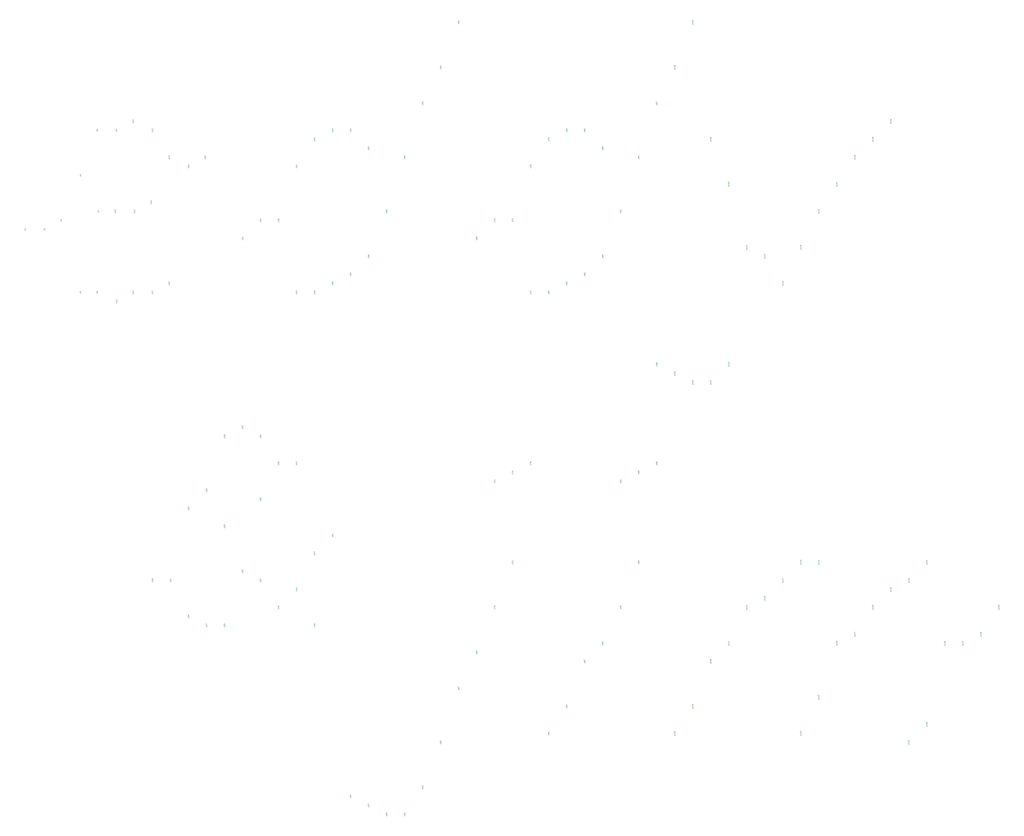
<source format=gbr>
G04 #@! TF.FileFunction,Legend,Bot*
%FSLAX46Y46*%
G04 Gerber Fmt 4.6, Leading zero omitted, Abs format (unit mm)*
G04 Created by KiCad (PCBNEW 4.0.6) date Fri Jun 30 11:12:52 2017*
%MOMM*%
%LPD*%
G01*
G04 APERTURE LIST*
%ADD10C,0.100000*%
%ADD11C,0.150000*%
G04 APERTURE END LIST*
D10*
D11*
X50619081Y-205206305D02*
X51428605Y-205206305D01*
X51523843Y-205158686D01*
X51571462Y-205111067D01*
X51619081Y-205015829D01*
X51619081Y-204825352D01*
X51571462Y-204730114D01*
X51523843Y-204682495D01*
X51428605Y-204634876D01*
X50619081Y-204634876D01*
X51619081Y-203634876D02*
X51619081Y-204206305D01*
X51619081Y-203920591D02*
X50619081Y-203920591D01*
X50761938Y-204015829D01*
X50857176Y-204111067D01*
X50904795Y-204206305D01*
X65507981Y-205206305D02*
X66317505Y-205206305D01*
X66412743Y-205158686D01*
X66460362Y-205111067D01*
X66507981Y-205015829D01*
X66507981Y-204825352D01*
X66460362Y-204730114D01*
X66412743Y-204682495D01*
X66317505Y-204634876D01*
X65507981Y-204634876D01*
X65603219Y-204206305D02*
X65555600Y-204158686D01*
X65507981Y-204063448D01*
X65507981Y-203825352D01*
X65555600Y-203730114D01*
X65603219Y-203682495D01*
X65698457Y-203634876D01*
X65793695Y-203634876D01*
X65936552Y-203682495D01*
X66507981Y-204253924D01*
X66507981Y-203634876D01*
X78396781Y-198261905D02*
X79206305Y-198261905D01*
X79301543Y-198214286D01*
X79349162Y-198166667D01*
X79396781Y-198071429D01*
X79396781Y-197880952D01*
X79349162Y-197785714D01*
X79301543Y-197738095D01*
X79206305Y-197690476D01*
X78396781Y-197690476D01*
X78396781Y-197309524D02*
X78396781Y-196690476D01*
X78777733Y-197023810D01*
X78777733Y-196880952D01*
X78825352Y-196785714D01*
X78872971Y-196738095D01*
X78968210Y-196690476D01*
X79206305Y-196690476D01*
X79301543Y-196738095D01*
X79349162Y-196785714D01*
X79396781Y-196880952D01*
X79396781Y-197166667D01*
X79349162Y-197261905D01*
X79301543Y-197309524D01*
X93285681Y-163539705D02*
X94095205Y-163539705D01*
X94190443Y-163492086D01*
X94238062Y-163444467D01*
X94285681Y-163349229D01*
X94285681Y-163158752D01*
X94238062Y-163063514D01*
X94190443Y-163015895D01*
X94095205Y-162968276D01*
X93285681Y-162968276D01*
X93619014Y-162063514D02*
X94285681Y-162063514D01*
X93238062Y-162301610D02*
X93952348Y-162539705D01*
X93952348Y-161920657D01*
X93285681Y-253817505D02*
X94095205Y-253817505D01*
X94190443Y-253769886D01*
X94238062Y-253722267D01*
X94285681Y-253627029D01*
X94285681Y-253436552D01*
X94238062Y-253341314D01*
X94190443Y-253293695D01*
X94095205Y-253246076D01*
X93285681Y-253246076D01*
X93285681Y-252293695D02*
X93285681Y-252769886D01*
X93761871Y-252817505D01*
X93714252Y-252769886D01*
X93666633Y-252674648D01*
X93666633Y-252436552D01*
X93714252Y-252341314D01*
X93761871Y-252293695D01*
X93857110Y-252246076D01*
X94095205Y-252246076D01*
X94190443Y-252293695D01*
X94238062Y-252341314D01*
X94285681Y-252436552D01*
X94285681Y-252674648D01*
X94238062Y-252769886D01*
X94190443Y-252817505D01*
X106174581Y-128817505D02*
X106984105Y-128817505D01*
X107079343Y-128769886D01*
X107126962Y-128722267D01*
X107174581Y-128627029D01*
X107174581Y-128436552D01*
X107126962Y-128341314D01*
X107079343Y-128293695D01*
X106984105Y-128246076D01*
X106174581Y-128246076D01*
X106174581Y-127341314D02*
X106174581Y-127531791D01*
X106222200Y-127627029D01*
X106269819Y-127674648D01*
X106412676Y-127769886D01*
X106603152Y-127817505D01*
X106984105Y-127817505D01*
X107079343Y-127769886D01*
X107126962Y-127722267D01*
X107174581Y-127627029D01*
X107174581Y-127436552D01*
X107126962Y-127341314D01*
X107079343Y-127293695D01*
X106984105Y-127246076D01*
X106746010Y-127246076D01*
X106650771Y-127293695D01*
X106603152Y-127341314D01*
X106555533Y-127436552D01*
X106555533Y-127627029D01*
X106603152Y-127722267D01*
X106650771Y-127769886D01*
X106746010Y-127817505D01*
X107174581Y-191317505D02*
X107984105Y-191317505D01*
X108079343Y-191269886D01*
X108126962Y-191222267D01*
X108174581Y-191127029D01*
X108174581Y-190936552D01*
X108126962Y-190841314D01*
X108079343Y-190793695D01*
X107984105Y-190746076D01*
X107174581Y-190746076D01*
X107174581Y-190365124D02*
X107174581Y-189698457D01*
X108174581Y-190127029D01*
X106174581Y-253817505D02*
X106984105Y-253817505D01*
X107079343Y-253769886D01*
X107126962Y-253722267D01*
X107174581Y-253627029D01*
X107174581Y-253436552D01*
X107126962Y-253341314D01*
X107079343Y-253293695D01*
X106984105Y-253246076D01*
X106174581Y-253246076D01*
X106603152Y-252627029D02*
X106555533Y-252722267D01*
X106507914Y-252769886D01*
X106412676Y-252817505D01*
X106365057Y-252817505D01*
X106269819Y-252769886D01*
X106222200Y-252722267D01*
X106174581Y-252627029D01*
X106174581Y-252436552D01*
X106222200Y-252341314D01*
X106269819Y-252293695D01*
X106365057Y-252246076D01*
X106412676Y-252246076D01*
X106507914Y-252293695D01*
X106555533Y-252341314D01*
X106603152Y-252436552D01*
X106603152Y-252627029D01*
X106650771Y-252722267D01*
X106698390Y-252769886D01*
X106793629Y-252817505D01*
X106984105Y-252817505D01*
X107079343Y-252769886D01*
X107126962Y-252722267D01*
X107174581Y-252627029D01*
X107174581Y-252436552D01*
X107126962Y-252341314D01*
X107079343Y-252293695D01*
X106984105Y-252246076D01*
X106793629Y-252246076D01*
X106698390Y-252293695D01*
X106650771Y-252341314D01*
X106603152Y-252436552D01*
X121063481Y-128817505D02*
X121873005Y-128817505D01*
X121968243Y-128769886D01*
X122015862Y-128722267D01*
X122063481Y-128627029D01*
X122063481Y-128436552D01*
X122015862Y-128341314D01*
X121968243Y-128293695D01*
X121873005Y-128246076D01*
X121063481Y-128246076D01*
X122063481Y-127722267D02*
X122063481Y-127531791D01*
X122015862Y-127436552D01*
X121968243Y-127388933D01*
X121825386Y-127293695D01*
X121634910Y-127246076D01*
X121253957Y-127246076D01*
X121158719Y-127293695D01*
X121111100Y-127341314D01*
X121063481Y-127436552D01*
X121063481Y-127627029D01*
X121111100Y-127722267D01*
X121158719Y-127769886D01*
X121253957Y-127817505D01*
X121492052Y-127817505D01*
X121587290Y-127769886D01*
X121634910Y-127722267D01*
X121682529Y-127627029D01*
X121682529Y-127436552D01*
X121634910Y-127341314D01*
X121587290Y-127293695D01*
X121492052Y-127246076D01*
X120063481Y-191793695D02*
X120873005Y-191793695D01*
X120968243Y-191746076D01*
X121015862Y-191698457D01*
X121063481Y-191603219D01*
X121063481Y-191412742D01*
X121015862Y-191317504D01*
X120968243Y-191269885D01*
X120873005Y-191222266D01*
X120063481Y-191222266D01*
X121063481Y-190222266D02*
X121063481Y-190793695D01*
X121063481Y-190507981D02*
X120063481Y-190507981D01*
X120206338Y-190603219D01*
X120301576Y-190698457D01*
X120349195Y-190793695D01*
X120063481Y-189603219D02*
X120063481Y-189507980D01*
X120111100Y-189412742D01*
X120158719Y-189365123D01*
X120253957Y-189317504D01*
X120444433Y-189269885D01*
X120682529Y-189269885D01*
X120873005Y-189317504D01*
X120968243Y-189365123D01*
X121015862Y-189412742D01*
X121063481Y-189507980D01*
X121063481Y-189603219D01*
X121015862Y-189698457D01*
X120968243Y-189746076D01*
X120873005Y-189793695D01*
X120682529Y-189841314D01*
X120444433Y-189841314D01*
X120253957Y-189793695D01*
X120158719Y-189746076D01*
X120111100Y-189698457D01*
X120063481Y-189603219D01*
X121063481Y-261238095D02*
X121873005Y-261238095D01*
X121968243Y-261190476D01*
X122015862Y-261142857D01*
X122063481Y-261047619D01*
X122063481Y-260857142D01*
X122015862Y-260761904D01*
X121968243Y-260714285D01*
X121873005Y-260666666D01*
X121063481Y-260666666D01*
X122063481Y-259666666D02*
X122063481Y-260238095D01*
X122063481Y-259952381D02*
X121063481Y-259952381D01*
X121206338Y-260047619D01*
X121301576Y-260142857D01*
X121349195Y-260238095D01*
X122063481Y-258714285D02*
X122063481Y-259285714D01*
X122063481Y-259000000D02*
X121063481Y-259000000D01*
X121206338Y-259095238D01*
X121301576Y-259190476D01*
X121349195Y-259285714D01*
X133952381Y-122349195D02*
X134761905Y-122349195D01*
X134857143Y-122301576D01*
X134904762Y-122253957D01*
X134952381Y-122158719D01*
X134952381Y-121968242D01*
X134904762Y-121873004D01*
X134857143Y-121825385D01*
X134761905Y-121777766D01*
X133952381Y-121777766D01*
X134952381Y-120777766D02*
X134952381Y-121349195D01*
X134952381Y-121063481D02*
X133952381Y-121063481D01*
X134095238Y-121158719D01*
X134190476Y-121253957D01*
X134238095Y-121349195D01*
X134047619Y-120396814D02*
X134000000Y-120349195D01*
X133952381Y-120253957D01*
X133952381Y-120015861D01*
X134000000Y-119920623D01*
X134047619Y-119873004D01*
X134142857Y-119825385D01*
X134238095Y-119825385D01*
X134380952Y-119873004D01*
X134952381Y-120444433D01*
X134952381Y-119825385D01*
X134952381Y-191793695D02*
X135761905Y-191793695D01*
X135857143Y-191746076D01*
X135904762Y-191698457D01*
X135952381Y-191603219D01*
X135952381Y-191412742D01*
X135904762Y-191317504D01*
X135857143Y-191269885D01*
X135761905Y-191222266D01*
X134952381Y-191222266D01*
X135952381Y-190222266D02*
X135952381Y-190793695D01*
X135952381Y-190507981D02*
X134952381Y-190507981D01*
X135095238Y-190603219D01*
X135190476Y-190698457D01*
X135238095Y-190793695D01*
X134952381Y-189888933D02*
X134952381Y-189269885D01*
X135333333Y-189603219D01*
X135333333Y-189460361D01*
X135380952Y-189365123D01*
X135428571Y-189317504D01*
X135523810Y-189269885D01*
X135761905Y-189269885D01*
X135857143Y-189317504D01*
X135904762Y-189365123D01*
X135952381Y-189460361D01*
X135952381Y-189746076D01*
X135904762Y-189841314D01*
X135857143Y-189888933D01*
X133952381Y-254293695D02*
X134761905Y-254293695D01*
X134857143Y-254246076D01*
X134904762Y-254198457D01*
X134952381Y-254103219D01*
X134952381Y-253912742D01*
X134904762Y-253817504D01*
X134857143Y-253769885D01*
X134761905Y-253722266D01*
X133952381Y-253722266D01*
X134952381Y-252722266D02*
X134952381Y-253293695D01*
X134952381Y-253007981D02*
X133952381Y-253007981D01*
X134095238Y-253103219D01*
X134190476Y-253198457D01*
X134238095Y-253293695D01*
X134285714Y-251865123D02*
X134952381Y-251865123D01*
X133904762Y-252103219D02*
X134619048Y-252341314D01*
X134619048Y-251722266D01*
X148841281Y-129293695D02*
X149650805Y-129293695D01*
X149746043Y-129246076D01*
X149793662Y-129198457D01*
X149841281Y-129103219D01*
X149841281Y-128912742D01*
X149793662Y-128817504D01*
X149746043Y-128769885D01*
X149650805Y-128722266D01*
X148841281Y-128722266D01*
X149841281Y-127722266D02*
X149841281Y-128293695D01*
X149841281Y-128007981D02*
X148841281Y-128007981D01*
X148984138Y-128103219D01*
X149079376Y-128198457D01*
X149126995Y-128293695D01*
X148841281Y-126817504D02*
X148841281Y-127293695D01*
X149317471Y-127341314D01*
X149269852Y-127293695D01*
X149222233Y-127198457D01*
X149222233Y-126960361D01*
X149269852Y-126865123D01*
X149317471Y-126817504D01*
X149412710Y-126769885D01*
X149650805Y-126769885D01*
X149746043Y-126817504D01*
X149793662Y-126865123D01*
X149841281Y-126960361D01*
X149841281Y-127198457D01*
X149793662Y-127293695D01*
X149746043Y-127341314D01*
X147841281Y-184849195D02*
X148650805Y-184849195D01*
X148746043Y-184801576D01*
X148793662Y-184753957D01*
X148841281Y-184658719D01*
X148841281Y-184468242D01*
X148793662Y-184373004D01*
X148746043Y-184325385D01*
X148650805Y-184277766D01*
X147841281Y-184277766D01*
X148841281Y-183277766D02*
X148841281Y-183849195D01*
X148841281Y-183563481D02*
X147841281Y-183563481D01*
X147984138Y-183658719D01*
X148079376Y-183753957D01*
X148126995Y-183849195D01*
X147841281Y-182420623D02*
X147841281Y-182611100D01*
X147888900Y-182706338D01*
X147936519Y-182753957D01*
X148079376Y-182849195D01*
X148269852Y-182896814D01*
X148650805Y-182896814D01*
X148746043Y-182849195D01*
X148793662Y-182801576D01*
X148841281Y-182706338D01*
X148841281Y-182515861D01*
X148793662Y-182420623D01*
X148746043Y-182373004D01*
X148650805Y-182325385D01*
X148412710Y-182325385D01*
X148317471Y-182373004D01*
X148269852Y-182420623D01*
X148222233Y-182515861D01*
X148222233Y-182706338D01*
X148269852Y-182801576D01*
X148317471Y-182849195D01*
X148412710Y-182896814D01*
X148841281Y-254293695D02*
X149650805Y-254293695D01*
X149746043Y-254246076D01*
X149793662Y-254198457D01*
X149841281Y-254103219D01*
X149841281Y-253912742D01*
X149793662Y-253817504D01*
X149746043Y-253769885D01*
X149650805Y-253722266D01*
X148841281Y-253722266D01*
X149841281Y-252722266D02*
X149841281Y-253293695D01*
X149841281Y-253007981D02*
X148841281Y-253007981D01*
X148984138Y-253103219D01*
X149079376Y-253198457D01*
X149126995Y-253293695D01*
X148841281Y-252388933D02*
X148841281Y-251722266D01*
X149841281Y-252150838D01*
X148841281Y-476515895D02*
X149650805Y-476515895D01*
X149746043Y-476468276D01*
X149793662Y-476420657D01*
X149841281Y-476325419D01*
X149841281Y-476134942D01*
X149793662Y-476039704D01*
X149746043Y-475992085D01*
X149650805Y-475944466D01*
X148841281Y-475944466D01*
X149841281Y-474944466D02*
X149841281Y-475515895D01*
X149841281Y-475230181D02*
X148841281Y-475230181D01*
X148984138Y-475325419D01*
X149079376Y-475420657D01*
X149126995Y-475515895D01*
X149269852Y-474373038D02*
X149222233Y-474468276D01*
X149174614Y-474515895D01*
X149079376Y-474563514D01*
X149031757Y-474563514D01*
X148936519Y-474515895D01*
X148888900Y-474468276D01*
X148841281Y-474373038D01*
X148841281Y-474182561D01*
X148888900Y-474087323D01*
X148936519Y-474039704D01*
X149031757Y-473992085D01*
X149079376Y-473992085D01*
X149174614Y-474039704D01*
X149222233Y-474087323D01*
X149269852Y-474182561D01*
X149269852Y-474373038D01*
X149317471Y-474468276D01*
X149365090Y-474515895D01*
X149460329Y-474563514D01*
X149650805Y-474563514D01*
X149746043Y-474515895D01*
X149793662Y-474468276D01*
X149841281Y-474373038D01*
X149841281Y-474182561D01*
X149793662Y-474087323D01*
X149746043Y-474039704D01*
X149650805Y-473992085D01*
X149460329Y-473992085D01*
X149365090Y-474039704D01*
X149317471Y-474087323D01*
X149269852Y-474182561D01*
X161730181Y-150126995D02*
X162539705Y-150126995D01*
X162634943Y-150079376D01*
X162682562Y-150031757D01*
X162730181Y-149936519D01*
X162730181Y-149746042D01*
X162682562Y-149650804D01*
X162634943Y-149603185D01*
X162539705Y-149555566D01*
X161730181Y-149555566D01*
X162730181Y-148555566D02*
X162730181Y-149126995D01*
X162730181Y-148841281D02*
X161730181Y-148841281D01*
X161873038Y-148936519D01*
X161968276Y-149031757D01*
X162015895Y-149126995D01*
X162730181Y-148079376D02*
X162730181Y-147888900D01*
X162682562Y-147793661D01*
X162634943Y-147746042D01*
X162492086Y-147650804D01*
X162301610Y-147603185D01*
X161920657Y-147603185D01*
X161825419Y-147650804D01*
X161777800Y-147698423D01*
X161730181Y-147793661D01*
X161730181Y-147984138D01*
X161777800Y-148079376D01*
X161825419Y-148126995D01*
X161920657Y-148174614D01*
X162158752Y-148174614D01*
X162253990Y-148126995D01*
X162301610Y-148079376D01*
X162349229Y-147984138D01*
X162349229Y-147793661D01*
X162301610Y-147698423D01*
X162253990Y-147650804D01*
X162158752Y-147603185D01*
X161730181Y-247349195D02*
X162539705Y-247349195D01*
X162634943Y-247301576D01*
X162682562Y-247253957D01*
X162730181Y-247158719D01*
X162730181Y-246968242D01*
X162682562Y-246873004D01*
X162634943Y-246825385D01*
X162539705Y-246777766D01*
X161730181Y-246777766D01*
X161825419Y-246349195D02*
X161777800Y-246301576D01*
X161730181Y-246206338D01*
X161730181Y-245968242D01*
X161777800Y-245873004D01*
X161825419Y-245825385D01*
X161920657Y-245777766D01*
X162015895Y-245777766D01*
X162158752Y-245825385D01*
X162730181Y-246396814D01*
X162730181Y-245777766D01*
X161730181Y-245158719D02*
X161730181Y-245063480D01*
X161777800Y-244968242D01*
X161825419Y-244920623D01*
X161920657Y-244873004D01*
X162111133Y-244825385D01*
X162349229Y-244825385D01*
X162539705Y-244873004D01*
X162634943Y-244920623D01*
X162682562Y-244968242D01*
X162730181Y-245063480D01*
X162730181Y-245158719D01*
X162682562Y-245253957D01*
X162634943Y-245301576D01*
X162539705Y-245349195D01*
X162349229Y-245396814D01*
X162111133Y-245396814D01*
X161920657Y-245349195D01*
X161825419Y-245301576D01*
X161777800Y-245253957D01*
X161730181Y-245158719D01*
X162730181Y-476515895D02*
X163539705Y-476515895D01*
X163634943Y-476468276D01*
X163682562Y-476420657D01*
X163730181Y-476325419D01*
X163730181Y-476134942D01*
X163682562Y-476039704D01*
X163634943Y-475992085D01*
X163539705Y-475944466D01*
X162730181Y-475944466D01*
X162825419Y-475515895D02*
X162777800Y-475468276D01*
X162730181Y-475373038D01*
X162730181Y-475134942D01*
X162777800Y-475039704D01*
X162825419Y-474992085D01*
X162920657Y-474944466D01*
X163015895Y-474944466D01*
X163158752Y-474992085D01*
X163730181Y-475563514D01*
X163730181Y-474944466D01*
X163730181Y-473992085D02*
X163730181Y-474563514D01*
X163730181Y-474277800D02*
X162730181Y-474277800D01*
X162873038Y-474373038D01*
X162968276Y-474468276D01*
X163015895Y-474563514D01*
X176619081Y-157071395D02*
X177428605Y-157071395D01*
X177523843Y-157023776D01*
X177571462Y-156976157D01*
X177619081Y-156880919D01*
X177619081Y-156690442D01*
X177571462Y-156595204D01*
X177523843Y-156547585D01*
X177428605Y-156499966D01*
X176619081Y-156499966D01*
X176714319Y-156071395D02*
X176666700Y-156023776D01*
X176619081Y-155928538D01*
X176619081Y-155690442D01*
X176666700Y-155595204D01*
X176714319Y-155547585D01*
X176809557Y-155499966D01*
X176904795Y-155499966D01*
X177047652Y-155547585D01*
X177619081Y-156119014D01*
X177619081Y-155499966D01*
X176714319Y-155119014D02*
X176666700Y-155071395D01*
X176619081Y-154976157D01*
X176619081Y-154738061D01*
X176666700Y-154642823D01*
X176714319Y-154595204D01*
X176809557Y-154547585D01*
X176904795Y-154547585D01*
X177047652Y-154595204D01*
X177619081Y-155166633D01*
X177619081Y-154547585D01*
X176619081Y-420960295D02*
X177428605Y-420960295D01*
X177523843Y-420912676D01*
X177571462Y-420865057D01*
X177619081Y-420769819D01*
X177619081Y-420579342D01*
X177571462Y-420484104D01*
X177523843Y-420436485D01*
X177428605Y-420388866D01*
X176619081Y-420388866D01*
X176714319Y-419960295D02*
X176666700Y-419912676D01*
X176619081Y-419817438D01*
X176619081Y-419579342D01*
X176666700Y-419484104D01*
X176714319Y-419436485D01*
X176809557Y-419388866D01*
X176904795Y-419388866D01*
X177047652Y-419436485D01*
X177619081Y-420007914D01*
X177619081Y-419388866D01*
X176619081Y-419055533D02*
X176619081Y-418436485D01*
X177000033Y-418769819D01*
X177000033Y-418626961D01*
X177047652Y-418531723D01*
X177095271Y-418484104D01*
X177190510Y-418436485D01*
X177428605Y-418436485D01*
X177523843Y-418484104D01*
X177571462Y-418531723D01*
X177619081Y-418626961D01*
X177619081Y-418912676D01*
X177571462Y-419007914D01*
X177523843Y-419055533D01*
X176619081Y-504293695D02*
X177428605Y-504293695D01*
X177523843Y-504246076D01*
X177571462Y-504198457D01*
X177619081Y-504103219D01*
X177619081Y-503912742D01*
X177571462Y-503817504D01*
X177523843Y-503769885D01*
X177428605Y-503722266D01*
X176619081Y-503722266D01*
X176714319Y-503293695D02*
X176666700Y-503246076D01*
X176619081Y-503150838D01*
X176619081Y-502912742D01*
X176666700Y-502817504D01*
X176714319Y-502769885D01*
X176809557Y-502722266D01*
X176904795Y-502722266D01*
X177047652Y-502769885D01*
X177619081Y-503341314D01*
X177619081Y-502722266D01*
X176952414Y-501865123D02*
X177619081Y-501865123D01*
X176571462Y-502103219D02*
X177285748Y-502341314D01*
X177285748Y-501722266D01*
X189507981Y-150126995D02*
X190317505Y-150126995D01*
X190412743Y-150079376D01*
X190460362Y-150031757D01*
X190507981Y-149936519D01*
X190507981Y-149746042D01*
X190460362Y-149650804D01*
X190412743Y-149603185D01*
X190317505Y-149555566D01*
X189507981Y-149555566D01*
X189603219Y-149126995D02*
X189555600Y-149079376D01*
X189507981Y-148984138D01*
X189507981Y-148746042D01*
X189555600Y-148650804D01*
X189603219Y-148603185D01*
X189698457Y-148555566D01*
X189793695Y-148555566D01*
X189936552Y-148603185D01*
X190507981Y-149174614D01*
X190507981Y-148555566D01*
X189507981Y-147650804D02*
X189507981Y-148126995D01*
X189984171Y-148174614D01*
X189936552Y-148126995D01*
X189888933Y-148031757D01*
X189888933Y-147793661D01*
X189936552Y-147698423D01*
X189984171Y-147650804D01*
X190079410Y-147603185D01*
X190317505Y-147603185D01*
X190412743Y-147650804D01*
X190460362Y-147698423D01*
X190507981Y-147793661D01*
X190507981Y-148031757D01*
X190460362Y-148126995D01*
X190412743Y-148174614D01*
X190507981Y-407071395D02*
X191317505Y-407071395D01*
X191412743Y-407023776D01*
X191460362Y-406976157D01*
X191507981Y-406880919D01*
X191507981Y-406690442D01*
X191460362Y-406595204D01*
X191412743Y-406547585D01*
X191317505Y-406499966D01*
X190507981Y-406499966D01*
X190603219Y-406071395D02*
X190555600Y-406023776D01*
X190507981Y-405928538D01*
X190507981Y-405690442D01*
X190555600Y-405595204D01*
X190603219Y-405547585D01*
X190698457Y-405499966D01*
X190793695Y-405499966D01*
X190936552Y-405547585D01*
X191507981Y-406119014D01*
X191507981Y-405499966D01*
X190507981Y-404642823D02*
X190507981Y-404833300D01*
X190555600Y-404928538D01*
X190603219Y-404976157D01*
X190746076Y-405071395D01*
X190936552Y-405119014D01*
X191317505Y-405119014D01*
X191412743Y-405071395D01*
X191460362Y-405023776D01*
X191507981Y-404928538D01*
X191507981Y-404738061D01*
X191460362Y-404642823D01*
X191412743Y-404595204D01*
X191317505Y-404547585D01*
X191079410Y-404547585D01*
X190984171Y-404595204D01*
X190936552Y-404642823D01*
X190888933Y-404738061D01*
X190888933Y-404928538D01*
X190936552Y-405023776D01*
X190984171Y-405071395D01*
X191079410Y-405119014D01*
X190507981Y-511238095D02*
X191317505Y-511238095D01*
X191412743Y-511190476D01*
X191460362Y-511142857D01*
X191507981Y-511047619D01*
X191507981Y-510857142D01*
X191460362Y-510761904D01*
X191412743Y-510714285D01*
X191317505Y-510666666D01*
X190507981Y-510666666D01*
X190603219Y-510238095D02*
X190555600Y-510190476D01*
X190507981Y-510095238D01*
X190507981Y-509857142D01*
X190555600Y-509761904D01*
X190603219Y-509714285D01*
X190698457Y-509666666D01*
X190793695Y-509666666D01*
X190936552Y-509714285D01*
X191507981Y-510285714D01*
X191507981Y-509666666D01*
X190507981Y-509333333D02*
X190507981Y-508666666D01*
X191507981Y-509095238D01*
X204396781Y-365404795D02*
X205206305Y-365404795D01*
X205301543Y-365357176D01*
X205349162Y-365309557D01*
X205396781Y-365214319D01*
X205396781Y-365023842D01*
X205349162Y-364928604D01*
X205301543Y-364880985D01*
X205206305Y-364833366D01*
X204396781Y-364833366D01*
X204492019Y-364404795D02*
X204444400Y-364357176D01*
X204396781Y-364261938D01*
X204396781Y-364023842D01*
X204444400Y-363928604D01*
X204492019Y-363880985D01*
X204587257Y-363833366D01*
X204682495Y-363833366D01*
X204825352Y-363880985D01*
X205396781Y-364452414D01*
X205396781Y-363833366D01*
X204825352Y-363261938D02*
X204777733Y-363357176D01*
X204730114Y-363404795D01*
X204634876Y-363452414D01*
X204587257Y-363452414D01*
X204492019Y-363404795D01*
X204444400Y-363357176D01*
X204396781Y-363261938D01*
X204396781Y-363071461D01*
X204444400Y-362976223D01*
X204492019Y-362928604D01*
X204587257Y-362880985D01*
X204634876Y-362880985D01*
X204730114Y-362928604D01*
X204777733Y-362976223D01*
X204825352Y-363071461D01*
X204825352Y-363261938D01*
X204872971Y-363357176D01*
X204920590Y-363404795D01*
X205015829Y-363452414D01*
X205206305Y-363452414D01*
X205301543Y-363404795D01*
X205349162Y-363357176D01*
X205396781Y-363261938D01*
X205396781Y-363071461D01*
X205349162Y-362976223D01*
X205301543Y-362928604D01*
X205206305Y-362880985D01*
X205015829Y-362880985D01*
X204920590Y-362928604D01*
X204872971Y-362976223D01*
X204825352Y-363071461D01*
X204396781Y-434849195D02*
X205206305Y-434849195D01*
X205301543Y-434801576D01*
X205349162Y-434753957D01*
X205396781Y-434658719D01*
X205396781Y-434468242D01*
X205349162Y-434373004D01*
X205301543Y-434325385D01*
X205206305Y-434277766D01*
X204396781Y-434277766D01*
X204492019Y-433849195D02*
X204444400Y-433801576D01*
X204396781Y-433706338D01*
X204396781Y-433468242D01*
X204444400Y-433373004D01*
X204492019Y-433325385D01*
X204587257Y-433277766D01*
X204682495Y-433277766D01*
X204825352Y-433325385D01*
X205396781Y-433896814D01*
X205396781Y-433277766D01*
X205396781Y-432801576D02*
X205396781Y-432611100D01*
X205349162Y-432515861D01*
X205301543Y-432468242D01*
X205158686Y-432373004D01*
X204968210Y-432325385D01*
X204587257Y-432325385D01*
X204492019Y-432373004D01*
X204444400Y-432420623D01*
X204396781Y-432515861D01*
X204396781Y-432706338D01*
X204444400Y-432801576D01*
X204492019Y-432849195D01*
X204587257Y-432896814D01*
X204825352Y-432896814D01*
X204920590Y-432849195D01*
X204968210Y-432801576D01*
X205015829Y-432706338D01*
X205015829Y-432515861D01*
X204968210Y-432420623D01*
X204920590Y-432373004D01*
X204825352Y-432325385D01*
X204396781Y-511238095D02*
X205206305Y-511238095D01*
X205301543Y-511190476D01*
X205349162Y-511142857D01*
X205396781Y-511047619D01*
X205396781Y-510857142D01*
X205349162Y-510761904D01*
X205301543Y-510714285D01*
X205206305Y-510666666D01*
X204396781Y-510666666D01*
X204396781Y-510285714D02*
X204396781Y-509666666D01*
X204777733Y-510000000D01*
X204777733Y-509857142D01*
X204825352Y-509761904D01*
X204872971Y-509714285D01*
X204968210Y-509666666D01*
X205206305Y-509666666D01*
X205301543Y-509714285D01*
X205349162Y-509761904D01*
X205396781Y-509857142D01*
X205396781Y-510142857D01*
X205349162Y-510238095D01*
X205301543Y-510285714D01*
X204396781Y-509047619D02*
X204396781Y-508952380D01*
X204444400Y-508857142D01*
X204492019Y-508809523D01*
X204587257Y-508761904D01*
X204777733Y-508714285D01*
X205015829Y-508714285D01*
X205206305Y-508761904D01*
X205301543Y-508809523D01*
X205349162Y-508857142D01*
X205396781Y-508952380D01*
X205396781Y-509047619D01*
X205349162Y-509142857D01*
X205301543Y-509190476D01*
X205206305Y-509238095D01*
X205015829Y-509285714D01*
X204777733Y-509285714D01*
X204587257Y-509238095D01*
X204492019Y-509190476D01*
X204444400Y-509142857D01*
X204396781Y-509047619D01*
X218285681Y-212626995D02*
X219095205Y-212626995D01*
X219190443Y-212579376D01*
X219238062Y-212531757D01*
X219285681Y-212436519D01*
X219285681Y-212246042D01*
X219238062Y-212150804D01*
X219190443Y-212103185D01*
X219095205Y-212055566D01*
X218285681Y-212055566D01*
X218285681Y-211674614D02*
X218285681Y-211055566D01*
X218666633Y-211388900D01*
X218666633Y-211246042D01*
X218714252Y-211150804D01*
X218761871Y-211103185D01*
X218857110Y-211055566D01*
X219095205Y-211055566D01*
X219190443Y-211103185D01*
X219238062Y-211150804D01*
X219285681Y-211246042D01*
X219285681Y-211531757D01*
X219238062Y-211626995D01*
X219190443Y-211674614D01*
X219285681Y-210103185D02*
X219285681Y-210674614D01*
X219285681Y-210388900D02*
X218285681Y-210388900D01*
X218428538Y-210484138D01*
X218523776Y-210579376D01*
X218571395Y-210674614D01*
X218285681Y-358460295D02*
X219095205Y-358460295D01*
X219190443Y-358412676D01*
X219238062Y-358365057D01*
X219285681Y-358269819D01*
X219285681Y-358079342D01*
X219238062Y-357984104D01*
X219190443Y-357936485D01*
X219095205Y-357888866D01*
X218285681Y-357888866D01*
X218285681Y-357507914D02*
X218285681Y-356888866D01*
X218666633Y-357222200D01*
X218666633Y-357079342D01*
X218714252Y-356984104D01*
X218761871Y-356936485D01*
X218857110Y-356888866D01*
X219095205Y-356888866D01*
X219190443Y-356936485D01*
X219238062Y-356984104D01*
X219285681Y-357079342D01*
X219285681Y-357365057D01*
X219238062Y-357460295D01*
X219190443Y-357507914D01*
X218380919Y-356507914D02*
X218333300Y-356460295D01*
X218285681Y-356365057D01*
X218285681Y-356126961D01*
X218333300Y-356031723D01*
X218380919Y-355984104D01*
X218476157Y-355936485D01*
X218571395Y-355936485D01*
X218714252Y-355984104D01*
X219285681Y-356555533D01*
X219285681Y-355936485D01*
X218285681Y-469571395D02*
X219095205Y-469571395D01*
X219190443Y-469523776D01*
X219238062Y-469476157D01*
X219285681Y-469380919D01*
X219285681Y-469190442D01*
X219238062Y-469095204D01*
X219190443Y-469047585D01*
X219095205Y-468999966D01*
X218285681Y-468999966D01*
X218285681Y-468619014D02*
X218285681Y-467999966D01*
X218666633Y-468333300D01*
X218666633Y-468190442D01*
X218714252Y-468095204D01*
X218761871Y-468047585D01*
X218857110Y-467999966D01*
X219095205Y-467999966D01*
X219190443Y-468047585D01*
X219238062Y-468095204D01*
X219285681Y-468190442D01*
X219285681Y-468476157D01*
X219238062Y-468571395D01*
X219190443Y-468619014D01*
X218285681Y-467666633D02*
X218285681Y-467047585D01*
X218666633Y-467380919D01*
X218666633Y-467238061D01*
X218714252Y-467142823D01*
X218761871Y-467095204D01*
X218857110Y-467047585D01*
X219095205Y-467047585D01*
X219190443Y-467095204D01*
X219238062Y-467142823D01*
X219285681Y-467238061D01*
X219285681Y-467523776D01*
X219238062Y-467619014D01*
X219190443Y-467666633D01*
X232174581Y-198738095D02*
X232984105Y-198738095D01*
X233079343Y-198690476D01*
X233126962Y-198642857D01*
X233174581Y-198547619D01*
X233174581Y-198357142D01*
X233126962Y-198261904D01*
X233079343Y-198214285D01*
X232984105Y-198166666D01*
X232174581Y-198166666D01*
X232174581Y-197785714D02*
X232174581Y-197166666D01*
X232555533Y-197500000D01*
X232555533Y-197357142D01*
X232603152Y-197261904D01*
X232650771Y-197214285D01*
X232746010Y-197166666D01*
X232984105Y-197166666D01*
X233079343Y-197214285D01*
X233126962Y-197261904D01*
X233174581Y-197357142D01*
X233174581Y-197642857D01*
X233126962Y-197738095D01*
X233079343Y-197785714D01*
X232507914Y-196309523D02*
X233174581Y-196309523D01*
X232126962Y-196547619D02*
X232841248Y-196785714D01*
X232841248Y-196166666D01*
X232174581Y-365404795D02*
X232984105Y-365404795D01*
X233079343Y-365357176D01*
X233126962Y-365309557D01*
X233174581Y-365214319D01*
X233174581Y-365023842D01*
X233126962Y-364928604D01*
X233079343Y-364880985D01*
X232984105Y-364833366D01*
X232174581Y-364833366D01*
X232174581Y-364452414D02*
X232174581Y-363833366D01*
X232555533Y-364166700D01*
X232555533Y-364023842D01*
X232603152Y-363928604D01*
X232650771Y-363880985D01*
X232746010Y-363833366D01*
X232984105Y-363833366D01*
X233079343Y-363880985D01*
X233126962Y-363928604D01*
X233174581Y-364023842D01*
X233174581Y-364309557D01*
X233126962Y-364404795D01*
X233079343Y-364452414D01*
X232174581Y-362928604D02*
X232174581Y-363404795D01*
X232650771Y-363452414D01*
X232603152Y-363404795D01*
X232555533Y-363309557D01*
X232555533Y-363071461D01*
X232603152Y-362976223D01*
X232650771Y-362928604D01*
X232746010Y-362880985D01*
X232984105Y-362880985D01*
X233079343Y-362928604D01*
X233126962Y-362976223D01*
X233174581Y-363071461D01*
X233174581Y-363309557D01*
X233126962Y-363404795D01*
X233079343Y-363452414D01*
X232174581Y-414015895D02*
X232984105Y-414015895D01*
X233079343Y-413968276D01*
X233126962Y-413920657D01*
X233174581Y-413825419D01*
X233174581Y-413634942D01*
X233126962Y-413539704D01*
X233079343Y-413492085D01*
X232984105Y-413444466D01*
X232174581Y-413444466D01*
X232174581Y-413063514D02*
X232174581Y-412444466D01*
X232555533Y-412777800D01*
X232555533Y-412634942D01*
X232603152Y-412539704D01*
X232650771Y-412492085D01*
X232746010Y-412444466D01*
X232984105Y-412444466D01*
X233079343Y-412492085D01*
X233126962Y-412539704D01*
X233174581Y-412634942D01*
X233174581Y-412920657D01*
X233126962Y-413015895D01*
X233079343Y-413063514D01*
X232174581Y-411587323D02*
X232174581Y-411777800D01*
X232222200Y-411873038D01*
X232269819Y-411920657D01*
X232412676Y-412015895D01*
X232603152Y-412063514D01*
X232984105Y-412063514D01*
X233079343Y-412015895D01*
X233126962Y-411968276D01*
X233174581Y-411873038D01*
X233174581Y-411682561D01*
X233126962Y-411587323D01*
X233079343Y-411539704D01*
X232984105Y-411492085D01*
X232746010Y-411492085D01*
X232650771Y-411539704D01*
X232603152Y-411587323D01*
X232555533Y-411682561D01*
X232555533Y-411873038D01*
X232603152Y-411968276D01*
X232650771Y-412015895D01*
X232746010Y-412063514D01*
X232174581Y-476515895D02*
X232984105Y-476515895D01*
X233079343Y-476468276D01*
X233126962Y-476420657D01*
X233174581Y-476325419D01*
X233174581Y-476134942D01*
X233126962Y-476039704D01*
X233079343Y-475992085D01*
X232984105Y-475944466D01*
X232174581Y-475944466D01*
X232174581Y-475563514D02*
X232174581Y-474944466D01*
X232555533Y-475277800D01*
X232555533Y-475134942D01*
X232603152Y-475039704D01*
X232650771Y-474992085D01*
X232746010Y-474944466D01*
X232984105Y-474944466D01*
X233079343Y-474992085D01*
X233126962Y-475039704D01*
X233174581Y-475134942D01*
X233174581Y-475420657D01*
X233126962Y-475515895D01*
X233079343Y-475563514D01*
X232174581Y-474611133D02*
X232174581Y-473944466D01*
X233174581Y-474373038D01*
X246063481Y-198738095D02*
X246873005Y-198738095D01*
X246968243Y-198690476D01*
X247015862Y-198642857D01*
X247063481Y-198547619D01*
X247063481Y-198357142D01*
X247015862Y-198261904D01*
X246968243Y-198214285D01*
X246873005Y-198166666D01*
X246063481Y-198166666D01*
X246063481Y-197785714D02*
X246063481Y-197166666D01*
X246444433Y-197500000D01*
X246444433Y-197357142D01*
X246492052Y-197261904D01*
X246539671Y-197214285D01*
X246634910Y-197166666D01*
X246873005Y-197166666D01*
X246968243Y-197214285D01*
X247015862Y-197261904D01*
X247063481Y-197357142D01*
X247063481Y-197642857D01*
X247015862Y-197738095D01*
X246968243Y-197785714D01*
X246492052Y-196595238D02*
X246444433Y-196690476D01*
X246396814Y-196738095D01*
X246301576Y-196785714D01*
X246253957Y-196785714D01*
X246158719Y-196738095D01*
X246111100Y-196690476D01*
X246063481Y-196595238D01*
X246063481Y-196404761D01*
X246111100Y-196309523D01*
X246158719Y-196261904D01*
X246253957Y-196214285D01*
X246301576Y-196214285D01*
X246396814Y-196261904D01*
X246444433Y-196309523D01*
X246492052Y-196404761D01*
X246492052Y-196595238D01*
X246539671Y-196690476D01*
X246587290Y-196738095D01*
X246682529Y-196785714D01*
X246873005Y-196785714D01*
X246968243Y-196738095D01*
X247015862Y-196690476D01*
X247063481Y-196595238D01*
X247063481Y-196404761D01*
X247015862Y-196309523D01*
X246968243Y-196261904D01*
X246873005Y-196214285D01*
X246682529Y-196214285D01*
X246587290Y-196261904D01*
X246539671Y-196309523D01*
X246492052Y-196404761D01*
X246063481Y-386238095D02*
X246873005Y-386238095D01*
X246968243Y-386190476D01*
X247015862Y-386142857D01*
X247063481Y-386047619D01*
X247063481Y-385857142D01*
X247015862Y-385761904D01*
X246968243Y-385714285D01*
X246873005Y-385666666D01*
X246063481Y-385666666D01*
X246063481Y-385285714D02*
X246063481Y-384666666D01*
X246444433Y-385000000D01*
X246444433Y-384857142D01*
X246492052Y-384761904D01*
X246539671Y-384714285D01*
X246634910Y-384666666D01*
X246873005Y-384666666D01*
X246968243Y-384714285D01*
X247015862Y-384761904D01*
X247063481Y-384857142D01*
X247063481Y-385142857D01*
X247015862Y-385238095D01*
X246968243Y-385285714D01*
X247063481Y-384190476D02*
X247063481Y-384000000D01*
X247015862Y-383904761D01*
X246968243Y-383857142D01*
X246825386Y-383761904D01*
X246634910Y-383714285D01*
X246253957Y-383714285D01*
X246158719Y-383761904D01*
X246111100Y-383809523D01*
X246063481Y-383904761D01*
X246063481Y-384095238D01*
X246111100Y-384190476D01*
X246158719Y-384238095D01*
X246253957Y-384285714D01*
X246492052Y-384285714D01*
X246587290Y-384238095D01*
X246634910Y-384190476D01*
X246682529Y-384095238D01*
X246682529Y-383904761D01*
X246634910Y-383809523D01*
X246587290Y-383761904D01*
X246492052Y-383714285D01*
X246063481Y-497349195D02*
X246873005Y-497349195D01*
X246968243Y-497301576D01*
X247015862Y-497253957D01*
X247063481Y-497158719D01*
X247063481Y-496968242D01*
X247015862Y-496873004D01*
X246968243Y-496825385D01*
X246873005Y-496777766D01*
X246063481Y-496777766D01*
X246396814Y-495873004D02*
X247063481Y-495873004D01*
X246015862Y-496111100D02*
X246730148Y-496349195D01*
X246730148Y-495730147D01*
X246063481Y-495158719D02*
X246063481Y-495063480D01*
X246111100Y-494968242D01*
X246158719Y-494920623D01*
X246253957Y-494873004D01*
X246444433Y-494825385D01*
X246682529Y-494825385D01*
X246873005Y-494873004D01*
X246968243Y-494920623D01*
X247015862Y-494968242D01*
X247063481Y-495063480D01*
X247063481Y-495158719D01*
X247015862Y-495253957D01*
X246968243Y-495301576D01*
X246873005Y-495349195D01*
X246682529Y-495396814D01*
X246444433Y-495396814D01*
X246253957Y-495349195D01*
X246158719Y-495301576D01*
X246111100Y-495253957D01*
X246063481Y-495158719D01*
X259952381Y-157071395D02*
X260761905Y-157071395D01*
X260857143Y-157023776D01*
X260904762Y-156976157D01*
X260952381Y-156880919D01*
X260952381Y-156690442D01*
X260904762Y-156595204D01*
X260857143Y-156547585D01*
X260761905Y-156499966D01*
X259952381Y-156499966D01*
X260285714Y-155595204D02*
X260952381Y-155595204D01*
X259904762Y-155833300D02*
X260619048Y-156071395D01*
X260619048Y-155452347D01*
X260952381Y-154547585D02*
X260952381Y-155119014D01*
X260952381Y-154833300D02*
X259952381Y-154833300D01*
X260095238Y-154928538D01*
X260190476Y-155023776D01*
X260238095Y-155119014D01*
X259952381Y-254293695D02*
X260761905Y-254293695D01*
X260857143Y-254246076D01*
X260904762Y-254198457D01*
X260952381Y-254103219D01*
X260952381Y-253912742D01*
X260904762Y-253817504D01*
X260857143Y-253769885D01*
X260761905Y-253722266D01*
X259952381Y-253722266D01*
X260285714Y-252817504D02*
X260952381Y-252817504D01*
X259904762Y-253055600D02*
X260619048Y-253293695D01*
X260619048Y-252674647D01*
X260047619Y-252341314D02*
X260000000Y-252293695D01*
X259952381Y-252198457D01*
X259952381Y-251960361D01*
X260000000Y-251865123D01*
X260047619Y-251817504D01*
X260142857Y-251769885D01*
X260238095Y-251769885D01*
X260380952Y-251817504D01*
X260952381Y-252388933D01*
X260952381Y-251769885D01*
X259952381Y-386238095D02*
X260761905Y-386238095D01*
X260857143Y-386190476D01*
X260904762Y-386142857D01*
X260952381Y-386047619D01*
X260952381Y-385857142D01*
X260904762Y-385761904D01*
X260857143Y-385714285D01*
X260761905Y-385666666D01*
X259952381Y-385666666D01*
X260285714Y-384761904D02*
X260952381Y-384761904D01*
X259904762Y-385000000D02*
X260619048Y-385238095D01*
X260619048Y-384619047D01*
X259952381Y-384333333D02*
X259952381Y-383714285D01*
X260333333Y-384047619D01*
X260333333Y-383904761D01*
X260380952Y-383809523D01*
X260428571Y-383761904D01*
X260523810Y-383714285D01*
X260761905Y-383714285D01*
X260857143Y-383761904D01*
X260904762Y-383809523D01*
X260952381Y-383904761D01*
X260952381Y-384190476D01*
X260904762Y-384285714D01*
X260857143Y-384333333D01*
X259952381Y-483460295D02*
X260761905Y-483460295D01*
X260857143Y-483412676D01*
X260904762Y-483365057D01*
X260952381Y-483269819D01*
X260952381Y-483079342D01*
X260904762Y-482984104D01*
X260857143Y-482936485D01*
X260761905Y-482888866D01*
X259952381Y-482888866D01*
X260285714Y-481984104D02*
X260952381Y-481984104D01*
X259904762Y-482222200D02*
X260619048Y-482460295D01*
X260619048Y-481841247D01*
X260285714Y-481031723D02*
X260952381Y-481031723D01*
X259904762Y-481269819D02*
X260619048Y-481507914D01*
X260619048Y-480888866D01*
X273841281Y-136238095D02*
X274650805Y-136238095D01*
X274746043Y-136190476D01*
X274793662Y-136142857D01*
X274841281Y-136047619D01*
X274841281Y-135857142D01*
X274793662Y-135761904D01*
X274746043Y-135714285D01*
X274650805Y-135666666D01*
X273841281Y-135666666D01*
X274174614Y-134761904D02*
X274841281Y-134761904D01*
X273793662Y-135000000D02*
X274507948Y-135238095D01*
X274507948Y-134619047D01*
X273841281Y-133761904D02*
X273841281Y-134238095D01*
X274317471Y-134285714D01*
X274269852Y-134238095D01*
X274222233Y-134142857D01*
X274222233Y-133904761D01*
X274269852Y-133809523D01*
X274317471Y-133761904D01*
X274412710Y-133714285D01*
X274650805Y-133714285D01*
X274746043Y-133761904D01*
X274793662Y-133809523D01*
X274841281Y-133904761D01*
X274841281Y-134142857D01*
X274793662Y-134238095D01*
X274746043Y-134285714D01*
X273841281Y-254293695D02*
X274650805Y-254293695D01*
X274746043Y-254246076D01*
X274793662Y-254198457D01*
X274841281Y-254103219D01*
X274841281Y-253912742D01*
X274793662Y-253817504D01*
X274746043Y-253769885D01*
X274650805Y-253722266D01*
X273841281Y-253722266D01*
X274174614Y-252817504D02*
X274841281Y-252817504D01*
X273793662Y-253055600D02*
X274507948Y-253293695D01*
X274507948Y-252674647D01*
X273841281Y-251865123D02*
X273841281Y-252055600D01*
X273888900Y-252150838D01*
X273936519Y-252198457D01*
X274079376Y-252293695D01*
X274269852Y-252341314D01*
X274650805Y-252341314D01*
X274746043Y-252293695D01*
X274793662Y-252246076D01*
X274841281Y-252150838D01*
X274841281Y-251960361D01*
X274793662Y-251865123D01*
X274746043Y-251817504D01*
X274650805Y-251769885D01*
X274412710Y-251769885D01*
X274317471Y-251817504D01*
X274269852Y-251865123D01*
X274222233Y-251960361D01*
X274222233Y-252150838D01*
X274269852Y-252246076D01*
X274317471Y-252293695D01*
X274412710Y-252341314D01*
X273841281Y-455682495D02*
X274650805Y-455682495D01*
X274746043Y-455634876D01*
X274793662Y-455587257D01*
X274841281Y-455492019D01*
X274841281Y-455301542D01*
X274793662Y-455206304D01*
X274746043Y-455158685D01*
X274650805Y-455111066D01*
X273841281Y-455111066D01*
X274174614Y-454206304D02*
X274841281Y-454206304D01*
X273793662Y-454444400D02*
X274507948Y-454682495D01*
X274507948Y-454063447D01*
X273841281Y-453777733D02*
X273841281Y-453111066D01*
X274841281Y-453539638D01*
X273841281Y-511238095D02*
X274650805Y-511238095D01*
X274746043Y-511190476D01*
X274793662Y-511142857D01*
X274841281Y-511047619D01*
X274841281Y-510857142D01*
X274793662Y-510761904D01*
X274746043Y-510714285D01*
X274650805Y-510666666D01*
X273841281Y-510666666D01*
X274174614Y-509761904D02*
X274841281Y-509761904D01*
X273793662Y-510000000D02*
X274507948Y-510238095D01*
X274507948Y-509619047D01*
X274269852Y-509095238D02*
X274222233Y-509190476D01*
X274174614Y-509238095D01*
X274079376Y-509285714D01*
X274031757Y-509285714D01*
X273936519Y-509238095D01*
X273888900Y-509190476D01*
X273841281Y-509095238D01*
X273841281Y-508904761D01*
X273888900Y-508809523D01*
X273936519Y-508761904D01*
X274031757Y-508714285D01*
X274079376Y-508714285D01*
X274174614Y-508761904D01*
X274222233Y-508809523D01*
X274269852Y-508904761D01*
X274269852Y-509095238D01*
X274317471Y-509190476D01*
X274365090Y-509238095D01*
X274460329Y-509285714D01*
X274650805Y-509285714D01*
X274746043Y-509238095D01*
X274793662Y-509190476D01*
X274841281Y-509095238D01*
X274841281Y-508904761D01*
X274793662Y-508809523D01*
X274746043Y-508761904D01*
X274650805Y-508714285D01*
X274460329Y-508714285D01*
X274365090Y-508761904D01*
X274317471Y-508809523D01*
X274269852Y-508904761D01*
X287730181Y-129293695D02*
X288539705Y-129293695D01*
X288634943Y-129246076D01*
X288682562Y-129198457D01*
X288730181Y-129103219D01*
X288730181Y-128912742D01*
X288682562Y-128817504D01*
X288634943Y-128769885D01*
X288539705Y-128722266D01*
X287730181Y-128722266D01*
X288063514Y-127817504D02*
X288730181Y-127817504D01*
X287682562Y-128055600D02*
X288396848Y-128293695D01*
X288396848Y-127674647D01*
X288730181Y-127246076D02*
X288730181Y-127055600D01*
X288682562Y-126960361D01*
X288634943Y-126912742D01*
X288492086Y-126817504D01*
X288301610Y-126769885D01*
X287920657Y-126769885D01*
X287825419Y-126817504D01*
X287777800Y-126865123D01*
X287730181Y-126960361D01*
X287730181Y-127150838D01*
X287777800Y-127246076D01*
X287825419Y-127293695D01*
X287920657Y-127341314D01*
X288158752Y-127341314D01*
X288253990Y-127293695D01*
X288301610Y-127246076D01*
X288349229Y-127150838D01*
X288349229Y-126960361D01*
X288301610Y-126865123D01*
X288253990Y-126817504D01*
X288158752Y-126769885D01*
X287730181Y-247349195D02*
X288539705Y-247349195D01*
X288634943Y-247301576D01*
X288682562Y-247253957D01*
X288730181Y-247158719D01*
X288730181Y-246968242D01*
X288682562Y-246873004D01*
X288634943Y-246825385D01*
X288539705Y-246777766D01*
X287730181Y-246777766D01*
X287730181Y-245825385D02*
X287730181Y-246301576D01*
X288206371Y-246349195D01*
X288158752Y-246301576D01*
X288111133Y-246206338D01*
X288111133Y-245968242D01*
X288158752Y-245873004D01*
X288206371Y-245825385D01*
X288301610Y-245777766D01*
X288539705Y-245777766D01*
X288634943Y-245825385D01*
X288682562Y-245873004D01*
X288730181Y-245968242D01*
X288730181Y-246206338D01*
X288682562Y-246301576D01*
X288634943Y-246349195D01*
X287730181Y-245158719D02*
X287730181Y-245063480D01*
X287777800Y-244968242D01*
X287825419Y-244920623D01*
X287920657Y-244873004D01*
X288111133Y-244825385D01*
X288349229Y-244825385D01*
X288539705Y-244873004D01*
X288634943Y-244920623D01*
X288682562Y-244968242D01*
X288730181Y-245063480D01*
X288730181Y-245158719D01*
X288682562Y-245253957D01*
X288634943Y-245301576D01*
X288539705Y-245349195D01*
X288349229Y-245396814D01*
X288111133Y-245396814D01*
X287920657Y-245349195D01*
X287825419Y-245301576D01*
X287777800Y-245253957D01*
X287730181Y-245158719D01*
X287730181Y-441793695D02*
X288539705Y-441793695D01*
X288634943Y-441746076D01*
X288682562Y-441698457D01*
X288730181Y-441603219D01*
X288730181Y-441412742D01*
X288682562Y-441317504D01*
X288634943Y-441269885D01*
X288539705Y-441222266D01*
X287730181Y-441222266D01*
X287730181Y-440269885D02*
X287730181Y-440746076D01*
X288206371Y-440793695D01*
X288158752Y-440746076D01*
X288111133Y-440650838D01*
X288111133Y-440412742D01*
X288158752Y-440317504D01*
X288206371Y-440269885D01*
X288301610Y-440222266D01*
X288539705Y-440222266D01*
X288634943Y-440269885D01*
X288682562Y-440317504D01*
X288730181Y-440412742D01*
X288730181Y-440650838D01*
X288682562Y-440746076D01*
X288634943Y-440793695D01*
X288730181Y-439269885D02*
X288730181Y-439841314D01*
X288730181Y-439555600D02*
X287730181Y-439555600D01*
X287873038Y-439650838D01*
X287968276Y-439746076D01*
X288015895Y-439841314D01*
X301619081Y-129293695D02*
X302428605Y-129293695D01*
X302523843Y-129246076D01*
X302571462Y-129198457D01*
X302619081Y-129103219D01*
X302619081Y-128912742D01*
X302571462Y-128817504D01*
X302523843Y-128769885D01*
X302428605Y-128722266D01*
X301619081Y-128722266D01*
X301619081Y-127769885D02*
X301619081Y-128246076D01*
X302095271Y-128293695D01*
X302047652Y-128246076D01*
X302000033Y-128150838D01*
X302000033Y-127912742D01*
X302047652Y-127817504D01*
X302095271Y-127769885D01*
X302190510Y-127722266D01*
X302428605Y-127722266D01*
X302523843Y-127769885D01*
X302571462Y-127817504D01*
X302619081Y-127912742D01*
X302619081Y-128150838D01*
X302571462Y-128246076D01*
X302523843Y-128293695D01*
X301714319Y-127341314D02*
X301666700Y-127293695D01*
X301619081Y-127198457D01*
X301619081Y-126960361D01*
X301666700Y-126865123D01*
X301714319Y-126817504D01*
X301809557Y-126769885D01*
X301904795Y-126769885D01*
X302047652Y-126817504D01*
X302619081Y-127388933D01*
X302619081Y-126769885D01*
X301619081Y-240404795D02*
X302428605Y-240404795D01*
X302523843Y-240357176D01*
X302571462Y-240309557D01*
X302619081Y-240214319D01*
X302619081Y-240023842D01*
X302571462Y-239928604D01*
X302523843Y-239880985D01*
X302428605Y-239833366D01*
X301619081Y-239833366D01*
X301619081Y-238880985D02*
X301619081Y-239357176D01*
X302095271Y-239404795D01*
X302047652Y-239357176D01*
X302000033Y-239261938D01*
X302000033Y-239023842D01*
X302047652Y-238928604D01*
X302095271Y-238880985D01*
X302190510Y-238833366D01*
X302428605Y-238833366D01*
X302523843Y-238880985D01*
X302571462Y-238928604D01*
X302619081Y-239023842D01*
X302619081Y-239261938D01*
X302571462Y-239357176D01*
X302523843Y-239404795D01*
X301619081Y-238500033D02*
X301619081Y-237880985D01*
X302000033Y-238214319D01*
X302000033Y-238071461D01*
X302047652Y-237976223D01*
X302095271Y-237928604D01*
X302190510Y-237880985D01*
X302428605Y-237880985D01*
X302523843Y-237928604D01*
X302571462Y-237976223D01*
X302619081Y-238071461D01*
X302619081Y-238357176D01*
X302571462Y-238452414D01*
X302523843Y-238500033D01*
X301619081Y-643182495D02*
X302428605Y-643182495D01*
X302523843Y-643134876D01*
X302571462Y-643087257D01*
X302619081Y-642992019D01*
X302619081Y-642801542D01*
X302571462Y-642706304D01*
X302523843Y-642658685D01*
X302428605Y-642611066D01*
X301619081Y-642611066D01*
X301619081Y-641658685D02*
X301619081Y-642134876D01*
X302095271Y-642182495D01*
X302047652Y-642134876D01*
X302000033Y-642039638D01*
X302000033Y-641801542D01*
X302047652Y-641706304D01*
X302095271Y-641658685D01*
X302190510Y-641611066D01*
X302428605Y-641611066D01*
X302523843Y-641658685D01*
X302571462Y-641706304D01*
X302619081Y-641801542D01*
X302619081Y-642039638D01*
X302571462Y-642134876D01*
X302523843Y-642182495D01*
X301952414Y-640753923D02*
X302619081Y-640753923D01*
X301571462Y-640992019D02*
X302285748Y-641230114D01*
X302285748Y-640611066D01*
X315507981Y-143182495D02*
X316317505Y-143182495D01*
X316412743Y-143134876D01*
X316460362Y-143087257D01*
X316507981Y-142992019D01*
X316507981Y-142801542D01*
X316460362Y-142706304D01*
X316412743Y-142658685D01*
X316317505Y-142611066D01*
X315507981Y-142611066D01*
X315507981Y-141658685D02*
X315507981Y-142134876D01*
X315984171Y-142182495D01*
X315936552Y-142134876D01*
X315888933Y-142039638D01*
X315888933Y-141801542D01*
X315936552Y-141706304D01*
X315984171Y-141658685D01*
X316079410Y-141611066D01*
X316317505Y-141611066D01*
X316412743Y-141658685D01*
X316460362Y-141706304D01*
X316507981Y-141801542D01*
X316507981Y-142039638D01*
X316460362Y-142134876D01*
X316412743Y-142182495D01*
X315507981Y-140706304D02*
X315507981Y-141182495D01*
X315984171Y-141230114D01*
X315936552Y-141182495D01*
X315888933Y-141087257D01*
X315888933Y-140849161D01*
X315936552Y-140753923D01*
X315984171Y-140706304D01*
X316079410Y-140658685D01*
X316317505Y-140658685D01*
X316412743Y-140706304D01*
X316460362Y-140753923D01*
X316507981Y-140849161D01*
X316507981Y-141087257D01*
X316460362Y-141182495D01*
X316412743Y-141230114D01*
X315507981Y-226515895D02*
X316317505Y-226515895D01*
X316412743Y-226468276D01*
X316460362Y-226420657D01*
X316507981Y-226325419D01*
X316507981Y-226134942D01*
X316460362Y-226039704D01*
X316412743Y-225992085D01*
X316317505Y-225944466D01*
X315507981Y-225944466D01*
X315507981Y-224992085D02*
X315507981Y-225468276D01*
X315984171Y-225515895D01*
X315936552Y-225468276D01*
X315888933Y-225373038D01*
X315888933Y-225134942D01*
X315936552Y-225039704D01*
X315984171Y-224992085D01*
X316079410Y-224944466D01*
X316317505Y-224944466D01*
X316412743Y-224992085D01*
X316460362Y-225039704D01*
X316507981Y-225134942D01*
X316507981Y-225373038D01*
X316460362Y-225468276D01*
X316412743Y-225515895D01*
X315507981Y-224087323D02*
X315507981Y-224277800D01*
X315555600Y-224373038D01*
X315603219Y-224420657D01*
X315746076Y-224515895D01*
X315936552Y-224563514D01*
X316317505Y-224563514D01*
X316412743Y-224515895D01*
X316460362Y-224468276D01*
X316507981Y-224373038D01*
X316507981Y-224182561D01*
X316460362Y-224087323D01*
X316412743Y-224039704D01*
X316317505Y-223992085D01*
X316079410Y-223992085D01*
X315984171Y-224039704D01*
X315936552Y-224087323D01*
X315888933Y-224182561D01*
X315888933Y-224373038D01*
X315936552Y-224468276D01*
X315984171Y-224515895D01*
X316079410Y-224563514D01*
X315507981Y-650126995D02*
X316317505Y-650126995D01*
X316412743Y-650079376D01*
X316460362Y-650031757D01*
X316507981Y-649936519D01*
X316507981Y-649746042D01*
X316460362Y-649650804D01*
X316412743Y-649603185D01*
X316317505Y-649555566D01*
X315507981Y-649555566D01*
X315507981Y-648603185D02*
X315507981Y-649079376D01*
X315984171Y-649126995D01*
X315936552Y-649079376D01*
X315888933Y-648984138D01*
X315888933Y-648746042D01*
X315936552Y-648650804D01*
X315984171Y-648603185D01*
X316079410Y-648555566D01*
X316317505Y-648555566D01*
X316412743Y-648603185D01*
X316460362Y-648650804D01*
X316507981Y-648746042D01*
X316507981Y-648984138D01*
X316460362Y-649079376D01*
X316412743Y-649126995D01*
X315507981Y-648222233D02*
X315507981Y-647555566D01*
X316507981Y-647984138D01*
X329396781Y-191793695D02*
X330206305Y-191793695D01*
X330301543Y-191746076D01*
X330349162Y-191698457D01*
X330396781Y-191603219D01*
X330396781Y-191412742D01*
X330349162Y-191317504D01*
X330301543Y-191269885D01*
X330206305Y-191222266D01*
X329396781Y-191222266D01*
X329396781Y-190269885D02*
X329396781Y-190746076D01*
X329872971Y-190793695D01*
X329825352Y-190746076D01*
X329777733Y-190650838D01*
X329777733Y-190412742D01*
X329825352Y-190317504D01*
X329872971Y-190269885D01*
X329968210Y-190222266D01*
X330206305Y-190222266D01*
X330301543Y-190269885D01*
X330349162Y-190317504D01*
X330396781Y-190412742D01*
X330396781Y-190650838D01*
X330349162Y-190746076D01*
X330301543Y-190793695D01*
X329825352Y-189650838D02*
X329777733Y-189746076D01*
X329730114Y-189793695D01*
X329634876Y-189841314D01*
X329587257Y-189841314D01*
X329492019Y-189793695D01*
X329444400Y-189746076D01*
X329396781Y-189650838D01*
X329396781Y-189460361D01*
X329444400Y-189365123D01*
X329492019Y-189317504D01*
X329587257Y-189269885D01*
X329634876Y-189269885D01*
X329730114Y-189317504D01*
X329777733Y-189365123D01*
X329825352Y-189460361D01*
X329825352Y-189650838D01*
X329872971Y-189746076D01*
X329920590Y-189793695D01*
X330015829Y-189841314D01*
X330206305Y-189841314D01*
X330301543Y-189793695D01*
X330349162Y-189746076D01*
X330396781Y-189650838D01*
X330396781Y-189460361D01*
X330349162Y-189365123D01*
X330301543Y-189317504D01*
X330206305Y-189269885D01*
X330015829Y-189269885D01*
X329920590Y-189317504D01*
X329872971Y-189365123D01*
X329825352Y-189460361D01*
X329396781Y-657071395D02*
X330206305Y-657071395D01*
X330301543Y-657023776D01*
X330349162Y-656976157D01*
X330396781Y-656880919D01*
X330396781Y-656690442D01*
X330349162Y-656595204D01*
X330301543Y-656547585D01*
X330206305Y-656499966D01*
X329396781Y-656499966D01*
X329396781Y-655547585D02*
X329396781Y-656023776D01*
X329872971Y-656071395D01*
X329825352Y-656023776D01*
X329777733Y-655928538D01*
X329777733Y-655690442D01*
X329825352Y-655595204D01*
X329872971Y-655547585D01*
X329968210Y-655499966D01*
X330206305Y-655499966D01*
X330301543Y-655547585D01*
X330349162Y-655595204D01*
X330396781Y-655690442D01*
X330396781Y-655928538D01*
X330349162Y-656023776D01*
X330301543Y-656071395D01*
X330396781Y-655023776D02*
X330396781Y-654833300D01*
X330349162Y-654738061D01*
X330301543Y-654690442D01*
X330158686Y-654595204D01*
X329968210Y-654547585D01*
X329587257Y-654547585D01*
X329492019Y-654595204D01*
X329444400Y-654642823D01*
X329396781Y-654738061D01*
X329396781Y-654928538D01*
X329444400Y-655023776D01*
X329492019Y-655071395D01*
X329587257Y-655119014D01*
X329825352Y-655119014D01*
X329920590Y-655071395D01*
X329968210Y-655023776D01*
X330015829Y-654928538D01*
X330015829Y-654738061D01*
X329968210Y-654642823D01*
X329920590Y-654595204D01*
X329825352Y-654547585D01*
X343285681Y-150126995D02*
X344095205Y-150126995D01*
X344190443Y-150079376D01*
X344238062Y-150031757D01*
X344285681Y-149936519D01*
X344285681Y-149746042D01*
X344238062Y-149650804D01*
X344190443Y-149603185D01*
X344095205Y-149555566D01*
X343285681Y-149555566D01*
X343285681Y-148650804D02*
X343285681Y-148841281D01*
X343333300Y-148936519D01*
X343380919Y-148984138D01*
X343523776Y-149079376D01*
X343714252Y-149126995D01*
X344095205Y-149126995D01*
X344190443Y-149079376D01*
X344238062Y-149031757D01*
X344285681Y-148936519D01*
X344285681Y-148746042D01*
X344238062Y-148650804D01*
X344190443Y-148603185D01*
X344095205Y-148555566D01*
X343857110Y-148555566D01*
X343761871Y-148603185D01*
X343714252Y-148650804D01*
X343666633Y-148746042D01*
X343666633Y-148936519D01*
X343714252Y-149031757D01*
X343761871Y-149079376D01*
X343857110Y-149126995D01*
X343285681Y-147936519D02*
X343285681Y-147841280D01*
X343333300Y-147746042D01*
X343380919Y-147698423D01*
X343476157Y-147650804D01*
X343666633Y-147603185D01*
X343904729Y-147603185D01*
X344095205Y-147650804D01*
X344190443Y-147698423D01*
X344238062Y-147746042D01*
X344285681Y-147841280D01*
X344285681Y-147936519D01*
X344238062Y-148031757D01*
X344190443Y-148079376D01*
X344095205Y-148126995D01*
X343904729Y-148174614D01*
X343666633Y-148174614D01*
X343476157Y-148126995D01*
X343380919Y-148079376D01*
X343333300Y-148031757D01*
X343285681Y-147936519D01*
X343285681Y-657071395D02*
X344095205Y-657071395D01*
X344190443Y-657023776D01*
X344238062Y-656976157D01*
X344285681Y-656880919D01*
X344285681Y-656690442D01*
X344238062Y-656595204D01*
X344190443Y-656547585D01*
X344095205Y-656499966D01*
X343285681Y-656499966D01*
X343285681Y-655595204D02*
X343285681Y-655785681D01*
X343333300Y-655880919D01*
X343380919Y-655928538D01*
X343523776Y-656023776D01*
X343714252Y-656071395D01*
X344095205Y-656071395D01*
X344190443Y-656023776D01*
X344238062Y-655976157D01*
X344285681Y-655880919D01*
X344285681Y-655690442D01*
X344238062Y-655595204D01*
X344190443Y-655547585D01*
X344095205Y-655499966D01*
X343857110Y-655499966D01*
X343761871Y-655547585D01*
X343714252Y-655595204D01*
X343666633Y-655690442D01*
X343666633Y-655880919D01*
X343714252Y-655976157D01*
X343761871Y-656023776D01*
X343857110Y-656071395D01*
X344285681Y-654547585D02*
X344285681Y-655119014D01*
X344285681Y-654833300D02*
X343285681Y-654833300D01*
X343428538Y-654928538D01*
X343523776Y-655023776D01*
X343571395Y-655119014D01*
X357174581Y-108460295D02*
X357984105Y-108460295D01*
X358079343Y-108412676D01*
X358126962Y-108365057D01*
X358174581Y-108269819D01*
X358174581Y-108079342D01*
X358126962Y-107984104D01*
X358079343Y-107936485D01*
X357984105Y-107888866D01*
X357174581Y-107888866D01*
X357174581Y-106984104D02*
X357174581Y-107174581D01*
X357222200Y-107269819D01*
X357269819Y-107317438D01*
X357412676Y-107412676D01*
X357603152Y-107460295D01*
X357984105Y-107460295D01*
X358079343Y-107412676D01*
X358126962Y-107365057D01*
X358174581Y-107269819D01*
X358174581Y-107079342D01*
X358126962Y-106984104D01*
X358079343Y-106936485D01*
X357984105Y-106888866D01*
X357746010Y-106888866D01*
X357650771Y-106936485D01*
X357603152Y-106984104D01*
X357555533Y-107079342D01*
X357555533Y-107269819D01*
X357603152Y-107365057D01*
X357650771Y-107412676D01*
X357746010Y-107460295D01*
X357269819Y-106507914D02*
X357222200Y-106460295D01*
X357174581Y-106365057D01*
X357174581Y-106126961D01*
X357222200Y-106031723D01*
X357269819Y-105984104D01*
X357365057Y-105936485D01*
X357460295Y-105936485D01*
X357603152Y-105984104D01*
X358174581Y-106555533D01*
X358174581Y-105936485D01*
X357174581Y-636238095D02*
X357984105Y-636238095D01*
X358079343Y-636190476D01*
X358126962Y-636142857D01*
X358174581Y-636047619D01*
X358174581Y-635857142D01*
X358126962Y-635761904D01*
X358079343Y-635714285D01*
X357984105Y-635666666D01*
X357174581Y-635666666D01*
X357174581Y-634761904D02*
X357174581Y-634952381D01*
X357222200Y-635047619D01*
X357269819Y-635095238D01*
X357412676Y-635190476D01*
X357603152Y-635238095D01*
X357984105Y-635238095D01*
X358079343Y-635190476D01*
X358126962Y-635142857D01*
X358174581Y-635047619D01*
X358174581Y-634857142D01*
X358126962Y-634761904D01*
X358079343Y-634714285D01*
X357984105Y-634666666D01*
X357746010Y-634666666D01*
X357650771Y-634714285D01*
X357603152Y-634761904D01*
X357555533Y-634857142D01*
X357555533Y-635047619D01*
X357603152Y-635142857D01*
X357650771Y-635190476D01*
X357746010Y-635238095D01*
X357174581Y-634333333D02*
X357174581Y-633714285D01*
X357555533Y-634047619D01*
X357555533Y-633904761D01*
X357603152Y-633809523D01*
X357650771Y-633761904D01*
X357746010Y-633714285D01*
X357984105Y-633714285D01*
X358079343Y-633761904D01*
X358126962Y-633809523D01*
X358174581Y-633904761D01*
X358174581Y-634190476D01*
X358126962Y-634285714D01*
X358079343Y-634333333D01*
X371063481Y-80682495D02*
X371873005Y-80682495D01*
X371968243Y-80634876D01*
X372015862Y-80587257D01*
X372063481Y-80492019D01*
X372063481Y-80301542D01*
X372015862Y-80206304D01*
X371968243Y-80158685D01*
X371873005Y-80111066D01*
X371063481Y-80111066D01*
X371063481Y-79206304D02*
X371063481Y-79396781D01*
X371111100Y-79492019D01*
X371158719Y-79539638D01*
X371301576Y-79634876D01*
X371492052Y-79682495D01*
X371873005Y-79682495D01*
X371968243Y-79634876D01*
X372015862Y-79587257D01*
X372063481Y-79492019D01*
X372063481Y-79301542D01*
X372015862Y-79206304D01*
X371968243Y-79158685D01*
X371873005Y-79111066D01*
X371634910Y-79111066D01*
X371539671Y-79158685D01*
X371492052Y-79206304D01*
X371444433Y-79301542D01*
X371444433Y-79492019D01*
X371492052Y-79587257D01*
X371539671Y-79634876D01*
X371634910Y-79682495D01*
X371396814Y-78253923D02*
X372063481Y-78253923D01*
X371015862Y-78492019D02*
X371730148Y-78730114D01*
X371730148Y-78111066D01*
X371063481Y-601515895D02*
X371873005Y-601515895D01*
X371968243Y-601468276D01*
X372015862Y-601420657D01*
X372063481Y-601325419D01*
X372063481Y-601134942D01*
X372015862Y-601039704D01*
X371968243Y-600992085D01*
X371873005Y-600944466D01*
X371063481Y-600944466D01*
X371063481Y-600039704D02*
X371063481Y-600230181D01*
X371111100Y-600325419D01*
X371158719Y-600373038D01*
X371301576Y-600468276D01*
X371492052Y-600515895D01*
X371873005Y-600515895D01*
X371968243Y-600468276D01*
X372015862Y-600420657D01*
X372063481Y-600325419D01*
X372063481Y-600134942D01*
X372015862Y-600039704D01*
X371968243Y-599992085D01*
X371873005Y-599944466D01*
X371634910Y-599944466D01*
X371539671Y-599992085D01*
X371492052Y-600039704D01*
X371444433Y-600134942D01*
X371444433Y-600325419D01*
X371492052Y-600420657D01*
X371539671Y-600468276D01*
X371634910Y-600515895D01*
X371063481Y-599039704D02*
X371063481Y-599515895D01*
X371539671Y-599563514D01*
X371492052Y-599515895D01*
X371444433Y-599420657D01*
X371444433Y-599182561D01*
X371492052Y-599087323D01*
X371539671Y-599039704D01*
X371634910Y-598992085D01*
X371873005Y-598992085D01*
X371968243Y-599039704D01*
X372015862Y-599087323D01*
X372063481Y-599182561D01*
X372063481Y-599420657D01*
X372015862Y-599515895D01*
X371968243Y-599563514D01*
X384952381Y-45960295D02*
X385761905Y-45960295D01*
X385857143Y-45912676D01*
X385904762Y-45865057D01*
X385952381Y-45769819D01*
X385952381Y-45579342D01*
X385904762Y-45484104D01*
X385857143Y-45436485D01*
X385761905Y-45388866D01*
X384952381Y-45388866D01*
X384952381Y-44484104D02*
X384952381Y-44674581D01*
X385000000Y-44769819D01*
X385047619Y-44817438D01*
X385190476Y-44912676D01*
X385380952Y-44960295D01*
X385761905Y-44960295D01*
X385857143Y-44912676D01*
X385904762Y-44865057D01*
X385952381Y-44769819D01*
X385952381Y-44579342D01*
X385904762Y-44484104D01*
X385857143Y-44436485D01*
X385761905Y-44388866D01*
X385523810Y-44388866D01*
X385428571Y-44436485D01*
X385380952Y-44484104D01*
X385333333Y-44579342D01*
X385333333Y-44769819D01*
X385380952Y-44865057D01*
X385428571Y-44912676D01*
X385523810Y-44960295D01*
X384952381Y-43531723D02*
X384952381Y-43722200D01*
X385000000Y-43817438D01*
X385047619Y-43865057D01*
X385190476Y-43960295D01*
X385380952Y-44007914D01*
X385761905Y-44007914D01*
X385857143Y-43960295D01*
X385904762Y-43912676D01*
X385952381Y-43817438D01*
X385952381Y-43626961D01*
X385904762Y-43531723D01*
X385857143Y-43484104D01*
X385761905Y-43436485D01*
X385523810Y-43436485D01*
X385428571Y-43484104D01*
X385380952Y-43531723D01*
X385333333Y-43626961D01*
X385333333Y-43817438D01*
X385380952Y-43912676D01*
X385428571Y-43960295D01*
X385523810Y-44007914D01*
X384952381Y-559849195D02*
X385761905Y-559849195D01*
X385857143Y-559801576D01*
X385904762Y-559753957D01*
X385952381Y-559658719D01*
X385952381Y-559468242D01*
X385904762Y-559373004D01*
X385857143Y-559325385D01*
X385761905Y-559277766D01*
X384952381Y-559277766D01*
X384952381Y-558373004D02*
X384952381Y-558563481D01*
X385000000Y-558658719D01*
X385047619Y-558706338D01*
X385190476Y-558801576D01*
X385380952Y-558849195D01*
X385761905Y-558849195D01*
X385857143Y-558801576D01*
X385904762Y-558753957D01*
X385952381Y-558658719D01*
X385952381Y-558468242D01*
X385904762Y-558373004D01*
X385857143Y-558325385D01*
X385761905Y-558277766D01*
X385523810Y-558277766D01*
X385428571Y-558325385D01*
X385380952Y-558373004D01*
X385333333Y-558468242D01*
X385333333Y-558658719D01*
X385380952Y-558753957D01*
X385428571Y-558801576D01*
X385523810Y-558849195D01*
X384952381Y-557944433D02*
X384952381Y-557277766D01*
X385952381Y-557706338D01*
X398841281Y-212626995D02*
X399650805Y-212626995D01*
X399746043Y-212579376D01*
X399793662Y-212531757D01*
X399841281Y-212436519D01*
X399841281Y-212246042D01*
X399793662Y-212150804D01*
X399746043Y-212103185D01*
X399650805Y-212055566D01*
X398841281Y-212055566D01*
X398841281Y-211150804D02*
X398841281Y-211341281D01*
X398888900Y-211436519D01*
X398936519Y-211484138D01*
X399079376Y-211579376D01*
X399269852Y-211626995D01*
X399650805Y-211626995D01*
X399746043Y-211579376D01*
X399793662Y-211531757D01*
X399841281Y-211436519D01*
X399841281Y-211246042D01*
X399793662Y-211150804D01*
X399746043Y-211103185D01*
X399650805Y-211055566D01*
X399412710Y-211055566D01*
X399317471Y-211103185D01*
X399269852Y-211150804D01*
X399222233Y-211246042D01*
X399222233Y-211436519D01*
X399269852Y-211531757D01*
X399317471Y-211579376D01*
X399412710Y-211626995D01*
X399269852Y-210484138D02*
X399222233Y-210579376D01*
X399174614Y-210626995D01*
X399079376Y-210674614D01*
X399031757Y-210674614D01*
X398936519Y-210626995D01*
X398888900Y-210579376D01*
X398841281Y-210484138D01*
X398841281Y-210293661D01*
X398888900Y-210198423D01*
X398936519Y-210150804D01*
X399031757Y-210103185D01*
X399079376Y-210103185D01*
X399174614Y-210150804D01*
X399222233Y-210198423D01*
X399269852Y-210293661D01*
X399269852Y-210484138D01*
X399317471Y-210579376D01*
X399365090Y-210626995D01*
X399460329Y-210674614D01*
X399650805Y-210674614D01*
X399746043Y-210626995D01*
X399793662Y-210579376D01*
X399841281Y-210484138D01*
X399841281Y-210293661D01*
X399793662Y-210198423D01*
X399746043Y-210150804D01*
X399650805Y-210103185D01*
X399460329Y-210103185D01*
X399365090Y-210150804D01*
X399317471Y-210198423D01*
X399269852Y-210293661D01*
X398841281Y-532071395D02*
X399650805Y-532071395D01*
X399746043Y-532023776D01*
X399793662Y-531976157D01*
X399841281Y-531880919D01*
X399841281Y-531690442D01*
X399793662Y-531595204D01*
X399746043Y-531547585D01*
X399650805Y-531499966D01*
X398841281Y-531499966D01*
X398841281Y-530595204D02*
X398841281Y-530785681D01*
X398888900Y-530880919D01*
X398936519Y-530928538D01*
X399079376Y-531023776D01*
X399269852Y-531071395D01*
X399650805Y-531071395D01*
X399746043Y-531023776D01*
X399793662Y-530976157D01*
X399841281Y-530880919D01*
X399841281Y-530690442D01*
X399793662Y-530595204D01*
X399746043Y-530547585D01*
X399650805Y-530499966D01*
X399412710Y-530499966D01*
X399317471Y-530547585D01*
X399269852Y-530595204D01*
X399222233Y-530690442D01*
X399222233Y-530880919D01*
X399269852Y-530976157D01*
X399317471Y-531023776D01*
X399412710Y-531071395D01*
X399841281Y-530023776D02*
X399841281Y-529833300D01*
X399793662Y-529738061D01*
X399746043Y-529690442D01*
X399603186Y-529595204D01*
X399412710Y-529547585D01*
X399031757Y-529547585D01*
X398936519Y-529595204D01*
X398888900Y-529642823D01*
X398841281Y-529738061D01*
X398841281Y-529928538D01*
X398888900Y-530023776D01*
X398936519Y-530071395D01*
X399031757Y-530119014D01*
X399269852Y-530119014D01*
X399365090Y-530071395D01*
X399412710Y-530023776D01*
X399460329Y-529928538D01*
X399460329Y-529738061D01*
X399412710Y-529642823D01*
X399365090Y-529595204D01*
X399269852Y-529547585D01*
X412730181Y-198738095D02*
X413539705Y-198738095D01*
X413634943Y-198690476D01*
X413682562Y-198642857D01*
X413730181Y-198547619D01*
X413730181Y-198357142D01*
X413682562Y-198261904D01*
X413634943Y-198214285D01*
X413539705Y-198166666D01*
X412730181Y-198166666D01*
X412730181Y-197785714D02*
X412730181Y-197119047D01*
X413730181Y-197547619D01*
X412730181Y-196547619D02*
X412730181Y-196452380D01*
X412777800Y-196357142D01*
X412825419Y-196309523D01*
X412920657Y-196261904D01*
X413111133Y-196214285D01*
X413349229Y-196214285D01*
X413539705Y-196261904D01*
X413634943Y-196309523D01*
X413682562Y-196357142D01*
X413730181Y-196452380D01*
X413730181Y-196547619D01*
X413682562Y-196642857D01*
X413634943Y-196690476D01*
X413539705Y-196738095D01*
X413349229Y-196785714D01*
X413111133Y-196785714D01*
X412920657Y-196738095D01*
X412825419Y-196690476D01*
X412777800Y-196642857D01*
X412730181Y-196547619D01*
X412730181Y-400126995D02*
X413539705Y-400126995D01*
X413634943Y-400079376D01*
X413682562Y-400031757D01*
X413730181Y-399936519D01*
X413730181Y-399746042D01*
X413682562Y-399650804D01*
X413634943Y-399603185D01*
X413539705Y-399555566D01*
X412730181Y-399555566D01*
X412730181Y-399174614D02*
X412730181Y-398507947D01*
X413730181Y-398936519D01*
X413730181Y-397603185D02*
X413730181Y-398174614D01*
X413730181Y-397888900D02*
X412730181Y-397888900D01*
X412873038Y-397984138D01*
X412968276Y-398079376D01*
X413015895Y-398174614D01*
X412730181Y-497349195D02*
X413539705Y-497349195D01*
X413634943Y-497301576D01*
X413682562Y-497253957D01*
X413730181Y-497158719D01*
X413730181Y-496968242D01*
X413682562Y-496873004D01*
X413634943Y-496825385D01*
X413539705Y-496777766D01*
X412730181Y-496777766D01*
X412730181Y-496396814D02*
X412730181Y-495730147D01*
X413730181Y-496158719D01*
X412825419Y-495396814D02*
X412777800Y-495349195D01*
X412730181Y-495253957D01*
X412730181Y-495015861D01*
X412777800Y-494920623D01*
X412825419Y-494873004D01*
X412920657Y-494825385D01*
X413015895Y-494825385D01*
X413158752Y-494873004D01*
X413730181Y-495444433D01*
X413730181Y-494825385D01*
X426619081Y-198738095D02*
X427428605Y-198738095D01*
X427523843Y-198690476D01*
X427571462Y-198642857D01*
X427619081Y-198547619D01*
X427619081Y-198357142D01*
X427571462Y-198261904D01*
X427523843Y-198214285D01*
X427428605Y-198166666D01*
X426619081Y-198166666D01*
X426619081Y-197785714D02*
X426619081Y-197119047D01*
X427619081Y-197547619D01*
X426619081Y-196833333D02*
X426619081Y-196214285D01*
X427000033Y-196547619D01*
X427000033Y-196404761D01*
X427047652Y-196309523D01*
X427095271Y-196261904D01*
X427190510Y-196214285D01*
X427428605Y-196214285D01*
X427523843Y-196261904D01*
X427571462Y-196309523D01*
X427619081Y-196404761D01*
X427619081Y-196690476D01*
X427571462Y-196785714D01*
X427523843Y-196833333D01*
X426619081Y-393182495D02*
X427428605Y-393182495D01*
X427523843Y-393134876D01*
X427571462Y-393087257D01*
X427619081Y-392992019D01*
X427619081Y-392801542D01*
X427571462Y-392706304D01*
X427523843Y-392658685D01*
X427428605Y-392611066D01*
X426619081Y-392611066D01*
X426619081Y-392230114D02*
X426619081Y-391563447D01*
X427619081Y-391992019D01*
X426952414Y-390753923D02*
X427619081Y-390753923D01*
X426571462Y-390992019D02*
X427285748Y-391230114D01*
X427285748Y-390611066D01*
X426619081Y-462626995D02*
X427428605Y-462626995D01*
X427523843Y-462579376D01*
X427571462Y-462531757D01*
X427619081Y-462436519D01*
X427619081Y-462246042D01*
X427571462Y-462150804D01*
X427523843Y-462103185D01*
X427428605Y-462055566D01*
X426619081Y-462055566D01*
X426619081Y-461674614D02*
X426619081Y-461007947D01*
X427619081Y-461436519D01*
X426619081Y-460150804D02*
X426619081Y-460626995D01*
X427095271Y-460674614D01*
X427047652Y-460626995D01*
X427000033Y-460531757D01*
X427000033Y-460293661D01*
X427047652Y-460198423D01*
X427095271Y-460150804D01*
X427190510Y-460103185D01*
X427428605Y-460103185D01*
X427523843Y-460150804D01*
X427571462Y-460198423D01*
X427619081Y-460293661D01*
X427619081Y-460531757D01*
X427571462Y-460626995D01*
X427523843Y-460674614D01*
X440507981Y-157071395D02*
X441317505Y-157071395D01*
X441412743Y-157023776D01*
X441460362Y-156976157D01*
X441507981Y-156880919D01*
X441507981Y-156690442D01*
X441460362Y-156595204D01*
X441412743Y-156547585D01*
X441317505Y-156499966D01*
X440507981Y-156499966D01*
X440507981Y-156119014D02*
X440507981Y-155452347D01*
X441507981Y-155880919D01*
X440507981Y-154642823D02*
X440507981Y-154833300D01*
X440555600Y-154928538D01*
X440603219Y-154976157D01*
X440746076Y-155071395D01*
X440936552Y-155119014D01*
X441317505Y-155119014D01*
X441412743Y-155071395D01*
X441460362Y-155023776D01*
X441507981Y-154928538D01*
X441507981Y-154738061D01*
X441460362Y-154642823D01*
X441412743Y-154595204D01*
X441317505Y-154547585D01*
X441079410Y-154547585D01*
X440984171Y-154595204D01*
X440936552Y-154642823D01*
X440888933Y-154738061D01*
X440888933Y-154928538D01*
X440936552Y-155023776D01*
X440984171Y-155071395D01*
X441079410Y-155119014D01*
X440507981Y-254293695D02*
X441317505Y-254293695D01*
X441412743Y-254246076D01*
X441460362Y-254198457D01*
X441507981Y-254103219D01*
X441507981Y-253912742D01*
X441460362Y-253817504D01*
X441412743Y-253769885D01*
X441317505Y-253722266D01*
X440507981Y-253722266D01*
X440507981Y-253341314D02*
X440507981Y-252674647D01*
X441507981Y-253103219D01*
X440507981Y-252388933D02*
X440507981Y-251722266D01*
X441507981Y-252150838D01*
X440507981Y-386238095D02*
X441317505Y-386238095D01*
X441412743Y-386190476D01*
X441460362Y-386142857D01*
X441507981Y-386047619D01*
X441507981Y-385857142D01*
X441460362Y-385761904D01*
X441412743Y-385714285D01*
X441317505Y-385666666D01*
X440507981Y-385666666D01*
X440507981Y-385285714D02*
X440507981Y-384619047D01*
X441507981Y-385047619D01*
X440936552Y-384095238D02*
X440888933Y-384190476D01*
X440841314Y-384238095D01*
X440746076Y-384285714D01*
X440698457Y-384285714D01*
X440603219Y-384238095D01*
X440555600Y-384190476D01*
X440507981Y-384095238D01*
X440507981Y-383904761D01*
X440555600Y-383809523D01*
X440603219Y-383761904D01*
X440698457Y-383714285D01*
X440746076Y-383714285D01*
X440841314Y-383761904D01*
X440888933Y-383809523D01*
X440936552Y-383904761D01*
X440936552Y-384095238D01*
X440984171Y-384190476D01*
X441031790Y-384238095D01*
X441127029Y-384285714D01*
X441317505Y-384285714D01*
X441412743Y-384238095D01*
X441460362Y-384190476D01*
X441507981Y-384095238D01*
X441507981Y-383904761D01*
X441460362Y-383809523D01*
X441412743Y-383761904D01*
X441317505Y-383714285D01*
X441127029Y-383714285D01*
X441031790Y-383761904D01*
X440984171Y-383809523D01*
X440936552Y-383904761D01*
X454396781Y-136238095D02*
X455206305Y-136238095D01*
X455301543Y-136190476D01*
X455349162Y-136142857D01*
X455396781Y-136047619D01*
X455396781Y-135857142D01*
X455349162Y-135761904D01*
X455301543Y-135714285D01*
X455206305Y-135666666D01*
X454396781Y-135666666D01*
X454396781Y-135285714D02*
X454396781Y-134619047D01*
X455396781Y-135047619D01*
X455396781Y-134190476D02*
X455396781Y-134000000D01*
X455349162Y-133904761D01*
X455301543Y-133857142D01*
X455158686Y-133761904D01*
X454968210Y-133714285D01*
X454587257Y-133714285D01*
X454492019Y-133761904D01*
X454444400Y-133809523D01*
X454396781Y-133904761D01*
X454396781Y-134095238D01*
X454444400Y-134190476D01*
X454492019Y-134238095D01*
X454587257Y-134285714D01*
X454825352Y-134285714D01*
X454920590Y-134238095D01*
X454968210Y-134190476D01*
X455015829Y-134095238D01*
X455015829Y-133904761D01*
X454968210Y-133809523D01*
X454920590Y-133761904D01*
X454825352Y-133714285D01*
X454396781Y-254293695D02*
X455206305Y-254293695D01*
X455301543Y-254246076D01*
X455349162Y-254198457D01*
X455396781Y-254103219D01*
X455396781Y-253912742D01*
X455349162Y-253817504D01*
X455301543Y-253769885D01*
X455206305Y-253722266D01*
X454396781Y-253722266D01*
X454825352Y-253103219D02*
X454777733Y-253198457D01*
X454730114Y-253246076D01*
X454634876Y-253293695D01*
X454587257Y-253293695D01*
X454492019Y-253246076D01*
X454444400Y-253198457D01*
X454396781Y-253103219D01*
X454396781Y-252912742D01*
X454444400Y-252817504D01*
X454492019Y-252769885D01*
X454587257Y-252722266D01*
X454634876Y-252722266D01*
X454730114Y-252769885D01*
X454777733Y-252817504D01*
X454825352Y-252912742D01*
X454825352Y-253103219D01*
X454872971Y-253198457D01*
X454920590Y-253246076D01*
X455015829Y-253293695D01*
X455206305Y-253293695D01*
X455301543Y-253246076D01*
X455349162Y-253198457D01*
X455396781Y-253103219D01*
X455396781Y-252912742D01*
X455349162Y-252817504D01*
X455301543Y-252769885D01*
X455206305Y-252722266D01*
X455015829Y-252722266D01*
X454920590Y-252769885D01*
X454872971Y-252817504D01*
X454825352Y-252912742D01*
X454396781Y-252103219D02*
X454396781Y-252007980D01*
X454444400Y-251912742D01*
X454492019Y-251865123D01*
X454587257Y-251817504D01*
X454777733Y-251769885D01*
X455015829Y-251769885D01*
X455206305Y-251817504D01*
X455301543Y-251865123D01*
X455349162Y-251912742D01*
X455396781Y-252007980D01*
X455396781Y-252103219D01*
X455349162Y-252198457D01*
X455301543Y-252246076D01*
X455206305Y-252293695D01*
X455015829Y-252341314D01*
X454777733Y-252341314D01*
X454587257Y-252293695D01*
X454492019Y-252246076D01*
X454444400Y-252198457D01*
X454396781Y-252103219D01*
X454396781Y-594571395D02*
X455206305Y-594571395D01*
X455301543Y-594523776D01*
X455349162Y-594476157D01*
X455396781Y-594380919D01*
X455396781Y-594190442D01*
X455349162Y-594095204D01*
X455301543Y-594047585D01*
X455206305Y-593999966D01*
X454396781Y-593999966D01*
X454825352Y-593380919D02*
X454777733Y-593476157D01*
X454730114Y-593523776D01*
X454634876Y-593571395D01*
X454587257Y-593571395D01*
X454492019Y-593523776D01*
X454444400Y-593476157D01*
X454396781Y-593380919D01*
X454396781Y-593190442D01*
X454444400Y-593095204D01*
X454492019Y-593047585D01*
X454587257Y-592999966D01*
X454634876Y-592999966D01*
X454730114Y-593047585D01*
X454777733Y-593095204D01*
X454825352Y-593190442D01*
X454825352Y-593380919D01*
X454872971Y-593476157D01*
X454920590Y-593523776D01*
X455015829Y-593571395D01*
X455206305Y-593571395D01*
X455301543Y-593523776D01*
X455349162Y-593476157D01*
X455396781Y-593380919D01*
X455396781Y-593190442D01*
X455349162Y-593095204D01*
X455301543Y-593047585D01*
X455206305Y-592999966D01*
X455015829Y-592999966D01*
X454920590Y-593047585D01*
X454872971Y-593095204D01*
X454825352Y-593190442D01*
X455396781Y-592047585D02*
X455396781Y-592619014D01*
X455396781Y-592333300D02*
X454396781Y-592333300D01*
X454539638Y-592428538D01*
X454634876Y-592523776D01*
X454682495Y-592619014D01*
X468285681Y-129293695D02*
X469095205Y-129293695D01*
X469190443Y-129246076D01*
X469238062Y-129198457D01*
X469285681Y-129103219D01*
X469285681Y-128912742D01*
X469238062Y-128817504D01*
X469190443Y-128769885D01*
X469095205Y-128722266D01*
X468285681Y-128722266D01*
X468714252Y-128103219D02*
X468666633Y-128198457D01*
X468619014Y-128246076D01*
X468523776Y-128293695D01*
X468476157Y-128293695D01*
X468380919Y-128246076D01*
X468333300Y-128198457D01*
X468285681Y-128103219D01*
X468285681Y-127912742D01*
X468333300Y-127817504D01*
X468380919Y-127769885D01*
X468476157Y-127722266D01*
X468523776Y-127722266D01*
X468619014Y-127769885D01*
X468666633Y-127817504D01*
X468714252Y-127912742D01*
X468714252Y-128103219D01*
X468761871Y-128198457D01*
X468809490Y-128246076D01*
X468904729Y-128293695D01*
X469095205Y-128293695D01*
X469190443Y-128246076D01*
X469238062Y-128198457D01*
X469285681Y-128103219D01*
X469285681Y-127912742D01*
X469238062Y-127817504D01*
X469190443Y-127769885D01*
X469095205Y-127722266D01*
X468904729Y-127722266D01*
X468809490Y-127769885D01*
X468761871Y-127817504D01*
X468714252Y-127912742D01*
X468380919Y-127341314D02*
X468333300Y-127293695D01*
X468285681Y-127198457D01*
X468285681Y-126960361D01*
X468333300Y-126865123D01*
X468380919Y-126817504D01*
X468476157Y-126769885D01*
X468571395Y-126769885D01*
X468714252Y-126817504D01*
X469285681Y-127388933D01*
X469285681Y-126769885D01*
X468285681Y-247349195D02*
X469095205Y-247349195D01*
X469190443Y-247301576D01*
X469238062Y-247253957D01*
X469285681Y-247158719D01*
X469285681Y-246968242D01*
X469238062Y-246873004D01*
X469190443Y-246825385D01*
X469095205Y-246777766D01*
X468285681Y-246777766D01*
X468714252Y-246158719D02*
X468666633Y-246253957D01*
X468619014Y-246301576D01*
X468523776Y-246349195D01*
X468476157Y-246349195D01*
X468380919Y-246301576D01*
X468333300Y-246253957D01*
X468285681Y-246158719D01*
X468285681Y-245968242D01*
X468333300Y-245873004D01*
X468380919Y-245825385D01*
X468476157Y-245777766D01*
X468523776Y-245777766D01*
X468619014Y-245825385D01*
X468666633Y-245873004D01*
X468714252Y-245968242D01*
X468714252Y-246158719D01*
X468761871Y-246253957D01*
X468809490Y-246301576D01*
X468904729Y-246349195D01*
X469095205Y-246349195D01*
X469190443Y-246301576D01*
X469238062Y-246253957D01*
X469285681Y-246158719D01*
X469285681Y-245968242D01*
X469238062Y-245873004D01*
X469190443Y-245825385D01*
X469095205Y-245777766D01*
X468904729Y-245777766D01*
X468809490Y-245825385D01*
X468761871Y-245873004D01*
X468714252Y-245968242D01*
X468285681Y-245444433D02*
X468285681Y-244825385D01*
X468666633Y-245158719D01*
X468666633Y-245015861D01*
X468714252Y-244920623D01*
X468761871Y-244873004D01*
X468857110Y-244825385D01*
X469095205Y-244825385D01*
X469190443Y-244873004D01*
X469238062Y-244920623D01*
X469285681Y-245015861D01*
X469285681Y-245301576D01*
X469238062Y-245396814D01*
X469190443Y-245444433D01*
X468285681Y-573738095D02*
X469095205Y-573738095D01*
X469190443Y-573690476D01*
X469238062Y-573642857D01*
X469285681Y-573547619D01*
X469285681Y-573357142D01*
X469238062Y-573261904D01*
X469190443Y-573214285D01*
X469095205Y-573166666D01*
X468285681Y-573166666D01*
X468714252Y-572547619D02*
X468666633Y-572642857D01*
X468619014Y-572690476D01*
X468523776Y-572738095D01*
X468476157Y-572738095D01*
X468380919Y-572690476D01*
X468333300Y-572642857D01*
X468285681Y-572547619D01*
X468285681Y-572357142D01*
X468333300Y-572261904D01*
X468380919Y-572214285D01*
X468476157Y-572166666D01*
X468523776Y-572166666D01*
X468619014Y-572214285D01*
X468666633Y-572261904D01*
X468714252Y-572357142D01*
X468714252Y-572547619D01*
X468761871Y-572642857D01*
X468809490Y-572690476D01*
X468904729Y-572738095D01*
X469095205Y-572738095D01*
X469190443Y-572690476D01*
X469238062Y-572642857D01*
X469285681Y-572547619D01*
X469285681Y-572357142D01*
X469238062Y-572261904D01*
X469190443Y-572214285D01*
X469095205Y-572166666D01*
X468904729Y-572166666D01*
X468809490Y-572214285D01*
X468761871Y-572261904D01*
X468714252Y-572357142D01*
X468619014Y-571309523D02*
X469285681Y-571309523D01*
X468238062Y-571547619D02*
X468952348Y-571785714D01*
X468952348Y-571166666D01*
X482174581Y-129293695D02*
X482984105Y-129293695D01*
X483079343Y-129246076D01*
X483126962Y-129198457D01*
X483174581Y-129103219D01*
X483174581Y-128912742D01*
X483126962Y-128817504D01*
X483079343Y-128769885D01*
X482984105Y-128722266D01*
X482174581Y-128722266D01*
X482603152Y-128103219D02*
X482555533Y-128198457D01*
X482507914Y-128246076D01*
X482412676Y-128293695D01*
X482365057Y-128293695D01*
X482269819Y-128246076D01*
X482222200Y-128198457D01*
X482174581Y-128103219D01*
X482174581Y-127912742D01*
X482222200Y-127817504D01*
X482269819Y-127769885D01*
X482365057Y-127722266D01*
X482412676Y-127722266D01*
X482507914Y-127769885D01*
X482555533Y-127817504D01*
X482603152Y-127912742D01*
X482603152Y-128103219D01*
X482650771Y-128198457D01*
X482698390Y-128246076D01*
X482793629Y-128293695D01*
X482984105Y-128293695D01*
X483079343Y-128246076D01*
X483126962Y-128198457D01*
X483174581Y-128103219D01*
X483174581Y-127912742D01*
X483126962Y-127817504D01*
X483079343Y-127769885D01*
X482984105Y-127722266D01*
X482793629Y-127722266D01*
X482698390Y-127769885D01*
X482650771Y-127817504D01*
X482603152Y-127912742D01*
X482174581Y-126817504D02*
X482174581Y-127293695D01*
X482650771Y-127341314D01*
X482603152Y-127293695D01*
X482555533Y-127198457D01*
X482555533Y-126960361D01*
X482603152Y-126865123D01*
X482650771Y-126817504D01*
X482746010Y-126769885D01*
X482984105Y-126769885D01*
X483079343Y-126817504D01*
X483126962Y-126865123D01*
X483174581Y-126960361D01*
X483174581Y-127198457D01*
X483126962Y-127293695D01*
X483079343Y-127341314D01*
X482174581Y-240404795D02*
X482984105Y-240404795D01*
X483079343Y-240357176D01*
X483126962Y-240309557D01*
X483174581Y-240214319D01*
X483174581Y-240023842D01*
X483126962Y-239928604D01*
X483079343Y-239880985D01*
X482984105Y-239833366D01*
X482174581Y-239833366D01*
X482603152Y-239214319D02*
X482555533Y-239309557D01*
X482507914Y-239357176D01*
X482412676Y-239404795D01*
X482365057Y-239404795D01*
X482269819Y-239357176D01*
X482222200Y-239309557D01*
X482174581Y-239214319D01*
X482174581Y-239023842D01*
X482222200Y-238928604D01*
X482269819Y-238880985D01*
X482365057Y-238833366D01*
X482412676Y-238833366D01*
X482507914Y-238880985D01*
X482555533Y-238928604D01*
X482603152Y-239023842D01*
X482603152Y-239214319D01*
X482650771Y-239309557D01*
X482698390Y-239357176D01*
X482793629Y-239404795D01*
X482984105Y-239404795D01*
X483079343Y-239357176D01*
X483126962Y-239309557D01*
X483174581Y-239214319D01*
X483174581Y-239023842D01*
X483126962Y-238928604D01*
X483079343Y-238880985D01*
X482984105Y-238833366D01*
X482793629Y-238833366D01*
X482698390Y-238880985D01*
X482650771Y-238928604D01*
X482603152Y-239023842D01*
X482174581Y-237976223D02*
X482174581Y-238166700D01*
X482222200Y-238261938D01*
X482269819Y-238309557D01*
X482412676Y-238404795D01*
X482603152Y-238452414D01*
X482984105Y-238452414D01*
X483079343Y-238404795D01*
X483126962Y-238357176D01*
X483174581Y-238261938D01*
X483174581Y-238071461D01*
X483126962Y-237976223D01*
X483079343Y-237928604D01*
X482984105Y-237880985D01*
X482746010Y-237880985D01*
X482650771Y-237928604D01*
X482603152Y-237976223D01*
X482555533Y-238071461D01*
X482555533Y-238261938D01*
X482603152Y-238357176D01*
X482650771Y-238404795D01*
X482746010Y-238452414D01*
X482174581Y-539015895D02*
X482984105Y-539015895D01*
X483079343Y-538968276D01*
X483126962Y-538920657D01*
X483174581Y-538825419D01*
X483174581Y-538634942D01*
X483126962Y-538539704D01*
X483079343Y-538492085D01*
X482984105Y-538444466D01*
X482174581Y-538444466D01*
X482603152Y-537825419D02*
X482555533Y-537920657D01*
X482507914Y-537968276D01*
X482412676Y-538015895D01*
X482365057Y-538015895D01*
X482269819Y-537968276D01*
X482222200Y-537920657D01*
X482174581Y-537825419D01*
X482174581Y-537634942D01*
X482222200Y-537539704D01*
X482269819Y-537492085D01*
X482365057Y-537444466D01*
X482412676Y-537444466D01*
X482507914Y-537492085D01*
X482555533Y-537539704D01*
X482603152Y-537634942D01*
X482603152Y-537825419D01*
X482650771Y-537920657D01*
X482698390Y-537968276D01*
X482793629Y-538015895D01*
X482984105Y-538015895D01*
X483079343Y-537968276D01*
X483126962Y-537920657D01*
X483174581Y-537825419D01*
X483174581Y-537634942D01*
X483126962Y-537539704D01*
X483079343Y-537492085D01*
X482984105Y-537444466D01*
X482793629Y-537444466D01*
X482698390Y-537492085D01*
X482650771Y-537539704D01*
X482603152Y-537634942D01*
X482174581Y-537111133D02*
X482174581Y-536444466D01*
X483174581Y-536873038D01*
X496063481Y-143182495D02*
X496873005Y-143182495D01*
X496968243Y-143134876D01*
X497015862Y-143087257D01*
X497063481Y-142992019D01*
X497063481Y-142801542D01*
X497015862Y-142706304D01*
X496968243Y-142658685D01*
X496873005Y-142611066D01*
X496063481Y-142611066D01*
X496492052Y-141992019D02*
X496444433Y-142087257D01*
X496396814Y-142134876D01*
X496301576Y-142182495D01*
X496253957Y-142182495D01*
X496158719Y-142134876D01*
X496111100Y-142087257D01*
X496063481Y-141992019D01*
X496063481Y-141801542D01*
X496111100Y-141706304D01*
X496158719Y-141658685D01*
X496253957Y-141611066D01*
X496301576Y-141611066D01*
X496396814Y-141658685D01*
X496444433Y-141706304D01*
X496492052Y-141801542D01*
X496492052Y-141992019D01*
X496539671Y-142087257D01*
X496587290Y-142134876D01*
X496682529Y-142182495D01*
X496873005Y-142182495D01*
X496968243Y-142134876D01*
X497015862Y-142087257D01*
X497063481Y-141992019D01*
X497063481Y-141801542D01*
X497015862Y-141706304D01*
X496968243Y-141658685D01*
X496873005Y-141611066D01*
X496682529Y-141611066D01*
X496587290Y-141658685D01*
X496539671Y-141706304D01*
X496492052Y-141801542D01*
X496492052Y-141039638D02*
X496444433Y-141134876D01*
X496396814Y-141182495D01*
X496301576Y-141230114D01*
X496253957Y-141230114D01*
X496158719Y-141182495D01*
X496111100Y-141134876D01*
X496063481Y-141039638D01*
X496063481Y-140849161D01*
X496111100Y-140753923D01*
X496158719Y-140706304D01*
X496253957Y-140658685D01*
X496301576Y-140658685D01*
X496396814Y-140706304D01*
X496444433Y-140753923D01*
X496492052Y-140849161D01*
X496492052Y-141039638D01*
X496539671Y-141134876D01*
X496587290Y-141182495D01*
X496682529Y-141230114D01*
X496873005Y-141230114D01*
X496968243Y-141182495D01*
X497015862Y-141134876D01*
X497063481Y-141039638D01*
X497063481Y-140849161D01*
X497015862Y-140753923D01*
X496968243Y-140706304D01*
X496873005Y-140658685D01*
X496682529Y-140658685D01*
X496587290Y-140706304D01*
X496539671Y-140753923D01*
X496492052Y-140849161D01*
X496063481Y-226515895D02*
X496873005Y-226515895D01*
X496968243Y-226468276D01*
X497015862Y-226420657D01*
X497063481Y-226325419D01*
X497063481Y-226134942D01*
X497015862Y-226039704D01*
X496968243Y-225992085D01*
X496873005Y-225944466D01*
X496063481Y-225944466D01*
X496492052Y-225325419D02*
X496444433Y-225420657D01*
X496396814Y-225468276D01*
X496301576Y-225515895D01*
X496253957Y-225515895D01*
X496158719Y-225468276D01*
X496111100Y-225420657D01*
X496063481Y-225325419D01*
X496063481Y-225134942D01*
X496111100Y-225039704D01*
X496158719Y-224992085D01*
X496253957Y-224944466D01*
X496301576Y-224944466D01*
X496396814Y-224992085D01*
X496444433Y-225039704D01*
X496492052Y-225134942D01*
X496492052Y-225325419D01*
X496539671Y-225420657D01*
X496587290Y-225468276D01*
X496682529Y-225515895D01*
X496873005Y-225515895D01*
X496968243Y-225468276D01*
X497015862Y-225420657D01*
X497063481Y-225325419D01*
X497063481Y-225134942D01*
X497015862Y-225039704D01*
X496968243Y-224992085D01*
X496873005Y-224944466D01*
X496682529Y-224944466D01*
X496587290Y-224992085D01*
X496539671Y-225039704D01*
X496492052Y-225134942D01*
X497063481Y-224468276D02*
X497063481Y-224277800D01*
X497015862Y-224182561D01*
X496968243Y-224134942D01*
X496825386Y-224039704D01*
X496634910Y-223992085D01*
X496253957Y-223992085D01*
X496158719Y-224039704D01*
X496111100Y-224087323D01*
X496063481Y-224182561D01*
X496063481Y-224373038D01*
X496111100Y-224468276D01*
X496158719Y-224515895D01*
X496253957Y-224563514D01*
X496492052Y-224563514D01*
X496587290Y-224515895D01*
X496634910Y-224468276D01*
X496682529Y-224373038D01*
X496682529Y-224182561D01*
X496634910Y-224087323D01*
X496587290Y-224039704D01*
X496492052Y-223992085D01*
X496063481Y-525126995D02*
X496873005Y-525126995D01*
X496968243Y-525079376D01*
X497015862Y-525031757D01*
X497063481Y-524936519D01*
X497063481Y-524746042D01*
X497015862Y-524650804D01*
X496968243Y-524603185D01*
X496873005Y-524555566D01*
X496063481Y-524555566D01*
X497063481Y-524031757D02*
X497063481Y-523841281D01*
X497015862Y-523746042D01*
X496968243Y-523698423D01*
X496825386Y-523603185D01*
X496634910Y-523555566D01*
X496253957Y-523555566D01*
X496158719Y-523603185D01*
X496111100Y-523650804D01*
X496063481Y-523746042D01*
X496063481Y-523936519D01*
X496111100Y-524031757D01*
X496158719Y-524079376D01*
X496253957Y-524126995D01*
X496492052Y-524126995D01*
X496587290Y-524079376D01*
X496634910Y-524031757D01*
X496682529Y-523936519D01*
X496682529Y-523746042D01*
X496634910Y-523650804D01*
X496587290Y-523603185D01*
X496492052Y-523555566D01*
X496063481Y-522936519D02*
X496063481Y-522841280D01*
X496111100Y-522746042D01*
X496158719Y-522698423D01*
X496253957Y-522650804D01*
X496444433Y-522603185D01*
X496682529Y-522603185D01*
X496873005Y-522650804D01*
X496968243Y-522698423D01*
X497015862Y-522746042D01*
X497063481Y-522841280D01*
X497063481Y-522936519D01*
X497015862Y-523031757D01*
X496968243Y-523079376D01*
X496873005Y-523126995D01*
X496682529Y-523174614D01*
X496444433Y-523174614D01*
X496253957Y-523126995D01*
X496158719Y-523079376D01*
X496111100Y-523031757D01*
X496063481Y-522936519D01*
X509952381Y-191793695D02*
X510761905Y-191793695D01*
X510857143Y-191746076D01*
X510904762Y-191698457D01*
X510952381Y-191603219D01*
X510952381Y-191412742D01*
X510904762Y-191317504D01*
X510857143Y-191269885D01*
X510761905Y-191222266D01*
X509952381Y-191222266D01*
X510952381Y-190698457D02*
X510952381Y-190507981D01*
X510904762Y-190412742D01*
X510857143Y-190365123D01*
X510714286Y-190269885D01*
X510523810Y-190222266D01*
X510142857Y-190222266D01*
X510047619Y-190269885D01*
X510000000Y-190317504D01*
X509952381Y-190412742D01*
X509952381Y-190603219D01*
X510000000Y-190698457D01*
X510047619Y-190746076D01*
X510142857Y-190793695D01*
X510380952Y-190793695D01*
X510476190Y-190746076D01*
X510523810Y-190698457D01*
X510571429Y-190603219D01*
X510571429Y-190412742D01*
X510523810Y-190317504D01*
X510476190Y-190269885D01*
X510380952Y-190222266D01*
X510952381Y-189269885D02*
X510952381Y-189841314D01*
X510952381Y-189555600D02*
X509952381Y-189555600D01*
X510095238Y-189650838D01*
X510190476Y-189746076D01*
X510238095Y-189841314D01*
X509952381Y-400126995D02*
X510761905Y-400126995D01*
X510857143Y-400079376D01*
X510904762Y-400031757D01*
X510952381Y-399936519D01*
X510952381Y-399746042D01*
X510904762Y-399650804D01*
X510857143Y-399603185D01*
X510761905Y-399555566D01*
X509952381Y-399555566D01*
X510952381Y-399031757D02*
X510952381Y-398841281D01*
X510904762Y-398746042D01*
X510857143Y-398698423D01*
X510714286Y-398603185D01*
X510523810Y-398555566D01*
X510142857Y-398555566D01*
X510047619Y-398603185D01*
X510000000Y-398650804D01*
X509952381Y-398746042D01*
X509952381Y-398936519D01*
X510000000Y-399031757D01*
X510047619Y-399079376D01*
X510142857Y-399126995D01*
X510380952Y-399126995D01*
X510476190Y-399079376D01*
X510523810Y-399031757D01*
X510571429Y-398936519D01*
X510571429Y-398746042D01*
X510523810Y-398650804D01*
X510476190Y-398603185D01*
X510380952Y-398555566D01*
X510047619Y-398174614D02*
X510000000Y-398126995D01*
X509952381Y-398031757D01*
X509952381Y-397793661D01*
X510000000Y-397698423D01*
X510047619Y-397650804D01*
X510142857Y-397603185D01*
X510238095Y-397603185D01*
X510380952Y-397650804D01*
X510952381Y-398222233D01*
X510952381Y-397603185D01*
X509952381Y-497349195D02*
X510761905Y-497349195D01*
X510857143Y-497301576D01*
X510904762Y-497253957D01*
X510952381Y-497158719D01*
X510952381Y-496968242D01*
X510904762Y-496873004D01*
X510857143Y-496825385D01*
X510761905Y-496777766D01*
X509952381Y-496777766D01*
X510952381Y-496253957D02*
X510952381Y-496063481D01*
X510904762Y-495968242D01*
X510857143Y-495920623D01*
X510714286Y-495825385D01*
X510523810Y-495777766D01*
X510142857Y-495777766D01*
X510047619Y-495825385D01*
X510000000Y-495873004D01*
X509952381Y-495968242D01*
X509952381Y-496158719D01*
X510000000Y-496253957D01*
X510047619Y-496301576D01*
X510142857Y-496349195D01*
X510380952Y-496349195D01*
X510476190Y-496301576D01*
X510523810Y-496253957D01*
X510571429Y-496158719D01*
X510571429Y-495968242D01*
X510523810Y-495873004D01*
X510476190Y-495825385D01*
X510380952Y-495777766D01*
X509952381Y-495444433D02*
X509952381Y-494825385D01*
X510333333Y-495158719D01*
X510333333Y-495015861D01*
X510380952Y-494920623D01*
X510428571Y-494873004D01*
X510523810Y-494825385D01*
X510761905Y-494825385D01*
X510857143Y-494873004D01*
X510904762Y-494920623D01*
X510952381Y-495015861D01*
X510952381Y-495301576D01*
X510904762Y-495396814D01*
X510857143Y-495444433D01*
X523841281Y-150126995D02*
X524650805Y-150126995D01*
X524746043Y-150079376D01*
X524793662Y-150031757D01*
X524841281Y-149936519D01*
X524841281Y-149746042D01*
X524793662Y-149650804D01*
X524746043Y-149603185D01*
X524650805Y-149555566D01*
X523841281Y-149555566D01*
X524841281Y-149031757D02*
X524841281Y-148841281D01*
X524793662Y-148746042D01*
X524746043Y-148698423D01*
X524603186Y-148603185D01*
X524412710Y-148555566D01*
X524031757Y-148555566D01*
X523936519Y-148603185D01*
X523888900Y-148650804D01*
X523841281Y-148746042D01*
X523841281Y-148936519D01*
X523888900Y-149031757D01*
X523936519Y-149079376D01*
X524031757Y-149126995D01*
X524269852Y-149126995D01*
X524365090Y-149079376D01*
X524412710Y-149031757D01*
X524460329Y-148936519D01*
X524460329Y-148746042D01*
X524412710Y-148650804D01*
X524365090Y-148603185D01*
X524269852Y-148555566D01*
X524174614Y-147698423D02*
X524841281Y-147698423D01*
X523793662Y-147936519D02*
X524507948Y-148174614D01*
X524507948Y-147555566D01*
X523841281Y-393182495D02*
X524650805Y-393182495D01*
X524746043Y-393134876D01*
X524793662Y-393087257D01*
X524841281Y-392992019D01*
X524841281Y-392801542D01*
X524793662Y-392706304D01*
X524746043Y-392658685D01*
X524650805Y-392611066D01*
X523841281Y-392611066D01*
X524841281Y-392087257D02*
X524841281Y-391896781D01*
X524793662Y-391801542D01*
X524746043Y-391753923D01*
X524603186Y-391658685D01*
X524412710Y-391611066D01*
X524031757Y-391611066D01*
X523936519Y-391658685D01*
X523888900Y-391706304D01*
X523841281Y-391801542D01*
X523841281Y-391992019D01*
X523888900Y-392087257D01*
X523936519Y-392134876D01*
X524031757Y-392182495D01*
X524269852Y-392182495D01*
X524365090Y-392134876D01*
X524412710Y-392087257D01*
X524460329Y-391992019D01*
X524460329Y-391801542D01*
X524412710Y-391706304D01*
X524365090Y-391658685D01*
X524269852Y-391611066D01*
X523841281Y-390706304D02*
X523841281Y-391182495D01*
X524317471Y-391230114D01*
X524269852Y-391182495D01*
X524222233Y-391087257D01*
X524222233Y-390849161D01*
X524269852Y-390753923D01*
X524317471Y-390706304D01*
X524412710Y-390658685D01*
X524650805Y-390658685D01*
X524746043Y-390706304D01*
X524793662Y-390753923D01*
X524841281Y-390849161D01*
X524841281Y-391087257D01*
X524793662Y-391182495D01*
X524746043Y-391230114D01*
X523841281Y-462626995D02*
X524650805Y-462626995D01*
X524746043Y-462579376D01*
X524793662Y-462531757D01*
X524841281Y-462436519D01*
X524841281Y-462246042D01*
X524793662Y-462150804D01*
X524746043Y-462103185D01*
X524650805Y-462055566D01*
X523841281Y-462055566D01*
X524841281Y-461531757D02*
X524841281Y-461341281D01*
X524793662Y-461246042D01*
X524746043Y-461198423D01*
X524603186Y-461103185D01*
X524412710Y-461055566D01*
X524031757Y-461055566D01*
X523936519Y-461103185D01*
X523888900Y-461150804D01*
X523841281Y-461246042D01*
X523841281Y-461436519D01*
X523888900Y-461531757D01*
X523936519Y-461579376D01*
X524031757Y-461626995D01*
X524269852Y-461626995D01*
X524365090Y-461579376D01*
X524412710Y-461531757D01*
X524460329Y-461436519D01*
X524460329Y-461246042D01*
X524412710Y-461150804D01*
X524365090Y-461103185D01*
X524269852Y-461055566D01*
X523841281Y-460198423D02*
X523841281Y-460388900D01*
X523888900Y-460484138D01*
X523936519Y-460531757D01*
X524079376Y-460626995D01*
X524269852Y-460674614D01*
X524650805Y-460674614D01*
X524746043Y-460626995D01*
X524793662Y-460579376D01*
X524841281Y-460484138D01*
X524841281Y-460293661D01*
X524793662Y-460198423D01*
X524746043Y-460150804D01*
X524650805Y-460103185D01*
X524412710Y-460103185D01*
X524317471Y-460150804D01*
X524269852Y-460198423D01*
X524222233Y-460293661D01*
X524222233Y-460484138D01*
X524269852Y-460579376D01*
X524317471Y-460626995D01*
X524412710Y-460674614D01*
X537730181Y-108460295D02*
X538539705Y-108460295D01*
X538634943Y-108412676D01*
X538682562Y-108365057D01*
X538730181Y-108269819D01*
X538730181Y-108079342D01*
X538682562Y-107984104D01*
X538634943Y-107936485D01*
X538539705Y-107888866D01*
X537730181Y-107888866D01*
X538730181Y-107365057D02*
X538730181Y-107174581D01*
X538682562Y-107079342D01*
X538634943Y-107031723D01*
X538492086Y-106936485D01*
X538301610Y-106888866D01*
X537920657Y-106888866D01*
X537825419Y-106936485D01*
X537777800Y-106984104D01*
X537730181Y-107079342D01*
X537730181Y-107269819D01*
X537777800Y-107365057D01*
X537825419Y-107412676D01*
X537920657Y-107460295D01*
X538158752Y-107460295D01*
X538253990Y-107412676D01*
X538301610Y-107365057D01*
X538349229Y-107269819D01*
X538349229Y-107079342D01*
X538301610Y-106984104D01*
X538253990Y-106936485D01*
X538158752Y-106888866D01*
X537730181Y-106555533D02*
X537730181Y-105888866D01*
X538730181Y-106317438D01*
X537730181Y-309849195D02*
X538539705Y-309849195D01*
X538634943Y-309801576D01*
X538682562Y-309753957D01*
X538730181Y-309658719D01*
X538730181Y-309468242D01*
X538682562Y-309373004D01*
X538634943Y-309325385D01*
X538539705Y-309277766D01*
X537730181Y-309277766D01*
X538730181Y-308753957D02*
X538730181Y-308563481D01*
X538682562Y-308468242D01*
X538634943Y-308420623D01*
X538492086Y-308325385D01*
X538301610Y-308277766D01*
X537920657Y-308277766D01*
X537825419Y-308325385D01*
X537777800Y-308373004D01*
X537730181Y-308468242D01*
X537730181Y-308658719D01*
X537777800Y-308753957D01*
X537825419Y-308801576D01*
X537920657Y-308849195D01*
X538158752Y-308849195D01*
X538253990Y-308801576D01*
X538301610Y-308753957D01*
X538349229Y-308658719D01*
X538349229Y-308468242D01*
X538301610Y-308373004D01*
X538253990Y-308325385D01*
X538158752Y-308277766D01*
X538158752Y-307706338D02*
X538111133Y-307801576D01*
X538063514Y-307849195D01*
X537968276Y-307896814D01*
X537920657Y-307896814D01*
X537825419Y-307849195D01*
X537777800Y-307801576D01*
X537730181Y-307706338D01*
X537730181Y-307515861D01*
X537777800Y-307420623D01*
X537825419Y-307373004D01*
X537920657Y-307325385D01*
X537968276Y-307325385D01*
X538063514Y-307373004D01*
X538111133Y-307420623D01*
X538158752Y-307515861D01*
X538158752Y-307706338D01*
X538206371Y-307801576D01*
X538253990Y-307849195D01*
X538349229Y-307896814D01*
X538539705Y-307896814D01*
X538634943Y-307849195D01*
X538682562Y-307801576D01*
X538730181Y-307706338D01*
X538730181Y-307515861D01*
X538682562Y-307420623D01*
X538634943Y-307373004D01*
X538539705Y-307325385D01*
X538349229Y-307325385D01*
X538253990Y-307373004D01*
X538206371Y-307420623D01*
X538158752Y-307515861D01*
X537730181Y-386238095D02*
X538539705Y-386238095D01*
X538634943Y-386190476D01*
X538682562Y-386142857D01*
X538730181Y-386047619D01*
X538730181Y-385857142D01*
X538682562Y-385761904D01*
X538634943Y-385714285D01*
X538539705Y-385666666D01*
X537730181Y-385666666D01*
X538730181Y-385142857D02*
X538730181Y-384952381D01*
X538682562Y-384857142D01*
X538634943Y-384809523D01*
X538492086Y-384714285D01*
X538301610Y-384666666D01*
X537920657Y-384666666D01*
X537825419Y-384714285D01*
X537777800Y-384761904D01*
X537730181Y-384857142D01*
X537730181Y-385047619D01*
X537777800Y-385142857D01*
X537825419Y-385190476D01*
X537920657Y-385238095D01*
X538158752Y-385238095D01*
X538253990Y-385190476D01*
X538301610Y-385142857D01*
X538349229Y-385047619D01*
X538349229Y-384857142D01*
X538301610Y-384761904D01*
X538253990Y-384714285D01*
X538158752Y-384666666D01*
X538730181Y-384190476D02*
X538730181Y-384000000D01*
X538682562Y-383904761D01*
X538634943Y-383857142D01*
X538492086Y-383761904D01*
X538301610Y-383714285D01*
X537920657Y-383714285D01*
X537825419Y-383761904D01*
X537777800Y-383809523D01*
X537730181Y-383904761D01*
X537730181Y-384095238D01*
X537777800Y-384190476D01*
X537825419Y-384238095D01*
X537920657Y-384285714D01*
X538158752Y-384285714D01*
X538253990Y-384238095D01*
X538301610Y-384190476D01*
X538349229Y-384095238D01*
X538349229Y-383904761D01*
X538301610Y-383809523D01*
X538253990Y-383761904D01*
X538158752Y-383714285D01*
X551619081Y-81158686D02*
X552428605Y-81158686D01*
X552523843Y-81111067D01*
X552571462Y-81063448D01*
X552619081Y-80968210D01*
X552619081Y-80777733D01*
X552571462Y-80682495D01*
X552523843Y-80634876D01*
X552428605Y-80587257D01*
X551619081Y-80587257D01*
X552619081Y-79587257D02*
X552619081Y-80158686D01*
X552619081Y-79872972D02*
X551619081Y-79872972D01*
X551761938Y-79968210D01*
X551857176Y-80063448D01*
X551904795Y-80158686D01*
X551619081Y-78968210D02*
X551619081Y-78872971D01*
X551666700Y-78777733D01*
X551714319Y-78730114D01*
X551809557Y-78682495D01*
X552000033Y-78634876D01*
X552238129Y-78634876D01*
X552428605Y-78682495D01*
X552523843Y-78730114D01*
X552571462Y-78777733D01*
X552619081Y-78872971D01*
X552619081Y-78968210D01*
X552571462Y-79063448D01*
X552523843Y-79111067D01*
X552428605Y-79158686D01*
X552238129Y-79206305D01*
X552000033Y-79206305D01*
X551809557Y-79158686D01*
X551714319Y-79111067D01*
X551666700Y-79063448D01*
X551619081Y-78968210D01*
X551619081Y-78015829D02*
X551619081Y-77920590D01*
X551666700Y-77825352D01*
X551714319Y-77777733D01*
X551809557Y-77730114D01*
X552000033Y-77682495D01*
X552238129Y-77682495D01*
X552428605Y-77730114D01*
X552523843Y-77777733D01*
X552571462Y-77825352D01*
X552619081Y-77920590D01*
X552619081Y-78015829D01*
X552571462Y-78111067D01*
X552523843Y-78158686D01*
X552428605Y-78206305D01*
X552238129Y-78253924D01*
X552000033Y-78253924D01*
X551809557Y-78206305D01*
X551714319Y-78158686D01*
X551666700Y-78111067D01*
X551619081Y-78015829D01*
X551619081Y-317269886D02*
X552428605Y-317269886D01*
X552523843Y-317222267D01*
X552571462Y-317174648D01*
X552619081Y-317079410D01*
X552619081Y-316888933D01*
X552571462Y-316793695D01*
X552523843Y-316746076D01*
X552428605Y-316698457D01*
X551619081Y-316698457D01*
X552619081Y-315698457D02*
X552619081Y-316269886D01*
X552619081Y-315984172D02*
X551619081Y-315984172D01*
X551761938Y-316079410D01*
X551857176Y-316174648D01*
X551904795Y-316269886D01*
X551619081Y-315079410D02*
X551619081Y-314984171D01*
X551666700Y-314888933D01*
X551714319Y-314841314D01*
X551809557Y-314793695D01*
X552000033Y-314746076D01*
X552238129Y-314746076D01*
X552428605Y-314793695D01*
X552523843Y-314841314D01*
X552571462Y-314888933D01*
X552619081Y-314984171D01*
X552619081Y-315079410D01*
X552571462Y-315174648D01*
X552523843Y-315222267D01*
X552428605Y-315269886D01*
X552238129Y-315317505D01*
X552000033Y-315317505D01*
X551809557Y-315269886D01*
X551714319Y-315222267D01*
X551666700Y-315174648D01*
X551619081Y-315079410D01*
X552619081Y-313793695D02*
X552619081Y-314365124D01*
X552619081Y-314079410D02*
X551619081Y-314079410D01*
X551761938Y-314174648D01*
X551857176Y-314269886D01*
X551904795Y-314365124D01*
X551619081Y-595047586D02*
X552428605Y-595047586D01*
X552523843Y-594999967D01*
X552571462Y-594952348D01*
X552619081Y-594857110D01*
X552619081Y-594666633D01*
X552571462Y-594571395D01*
X552523843Y-594523776D01*
X552428605Y-594476157D01*
X551619081Y-594476157D01*
X552619081Y-593476157D02*
X552619081Y-594047586D01*
X552619081Y-593761872D02*
X551619081Y-593761872D01*
X551761938Y-593857110D01*
X551857176Y-593952348D01*
X551904795Y-594047586D01*
X551619081Y-592857110D02*
X551619081Y-592761871D01*
X551666700Y-592666633D01*
X551714319Y-592619014D01*
X551809557Y-592571395D01*
X552000033Y-592523776D01*
X552238129Y-592523776D01*
X552428605Y-592571395D01*
X552523843Y-592619014D01*
X552571462Y-592666633D01*
X552619081Y-592761871D01*
X552619081Y-592857110D01*
X552571462Y-592952348D01*
X552523843Y-592999967D01*
X552428605Y-593047586D01*
X552238129Y-593095205D01*
X552000033Y-593095205D01*
X551809557Y-593047586D01*
X551714319Y-592999967D01*
X551666700Y-592952348D01*
X551619081Y-592857110D01*
X551714319Y-592142824D02*
X551666700Y-592095205D01*
X551619081Y-591999967D01*
X551619081Y-591761871D01*
X551666700Y-591666633D01*
X551714319Y-591619014D01*
X551809557Y-591571395D01*
X551904795Y-591571395D01*
X552047652Y-591619014D01*
X552619081Y-592190443D01*
X552619081Y-591571395D01*
X565507981Y-46436486D02*
X566317505Y-46436486D01*
X566412743Y-46388867D01*
X566460362Y-46341248D01*
X566507981Y-46246010D01*
X566507981Y-46055533D01*
X566460362Y-45960295D01*
X566412743Y-45912676D01*
X566317505Y-45865057D01*
X565507981Y-45865057D01*
X566507981Y-44865057D02*
X566507981Y-45436486D01*
X566507981Y-45150772D02*
X565507981Y-45150772D01*
X565650838Y-45246010D01*
X565746076Y-45341248D01*
X565793695Y-45436486D01*
X565507981Y-44246010D02*
X565507981Y-44150771D01*
X565555600Y-44055533D01*
X565603219Y-44007914D01*
X565698457Y-43960295D01*
X565888933Y-43912676D01*
X566127029Y-43912676D01*
X566317505Y-43960295D01*
X566412743Y-44007914D01*
X566460362Y-44055533D01*
X566507981Y-44150771D01*
X566507981Y-44246010D01*
X566460362Y-44341248D01*
X566412743Y-44388867D01*
X566317505Y-44436486D01*
X566127029Y-44484105D01*
X565888933Y-44484105D01*
X565698457Y-44436486D01*
X565603219Y-44388867D01*
X565555600Y-44341248D01*
X565507981Y-44246010D01*
X565507981Y-43579343D02*
X565507981Y-42960295D01*
X565888933Y-43293629D01*
X565888933Y-43150771D01*
X565936552Y-43055533D01*
X565984171Y-43007914D01*
X566079410Y-42960295D01*
X566317505Y-42960295D01*
X566412743Y-43007914D01*
X566460362Y-43055533D01*
X566507981Y-43150771D01*
X566507981Y-43436486D01*
X566460362Y-43531724D01*
X566412743Y-43579343D01*
X565507981Y-324214286D02*
X566317505Y-324214286D01*
X566412743Y-324166667D01*
X566460362Y-324119048D01*
X566507981Y-324023810D01*
X566507981Y-323833333D01*
X566460362Y-323738095D01*
X566412743Y-323690476D01*
X566317505Y-323642857D01*
X565507981Y-323642857D01*
X566507981Y-322642857D02*
X566507981Y-323214286D01*
X566507981Y-322928572D02*
X565507981Y-322928572D01*
X565650838Y-323023810D01*
X565746076Y-323119048D01*
X565793695Y-323214286D01*
X565507981Y-322023810D02*
X565507981Y-321928571D01*
X565555600Y-321833333D01*
X565603219Y-321785714D01*
X565698457Y-321738095D01*
X565888933Y-321690476D01*
X566127029Y-321690476D01*
X566317505Y-321738095D01*
X566412743Y-321785714D01*
X566460362Y-321833333D01*
X566507981Y-321928571D01*
X566507981Y-322023810D01*
X566460362Y-322119048D01*
X566412743Y-322166667D01*
X566317505Y-322214286D01*
X566127029Y-322261905D01*
X565888933Y-322261905D01*
X565698457Y-322214286D01*
X565603219Y-322166667D01*
X565555600Y-322119048D01*
X565507981Y-322023810D01*
X565841314Y-320833333D02*
X566507981Y-320833333D01*
X565460362Y-321071429D02*
X566174648Y-321309524D01*
X566174648Y-320690476D01*
X565507981Y-574214286D02*
X566317505Y-574214286D01*
X566412743Y-574166667D01*
X566460362Y-574119048D01*
X566507981Y-574023810D01*
X566507981Y-573833333D01*
X566460362Y-573738095D01*
X566412743Y-573690476D01*
X566317505Y-573642857D01*
X565507981Y-573642857D01*
X566507981Y-572642857D02*
X566507981Y-573214286D01*
X566507981Y-572928572D02*
X565507981Y-572928572D01*
X565650838Y-573023810D01*
X565746076Y-573119048D01*
X565793695Y-573214286D01*
X565507981Y-572023810D02*
X565507981Y-571928571D01*
X565555600Y-571833333D01*
X565603219Y-571785714D01*
X565698457Y-571738095D01*
X565888933Y-571690476D01*
X566127029Y-571690476D01*
X566317505Y-571738095D01*
X566412743Y-571785714D01*
X566460362Y-571833333D01*
X566507981Y-571928571D01*
X566507981Y-572023810D01*
X566460362Y-572119048D01*
X566412743Y-572166667D01*
X566317505Y-572214286D01*
X566127029Y-572261905D01*
X565888933Y-572261905D01*
X565698457Y-572214286D01*
X565603219Y-572166667D01*
X565555600Y-572119048D01*
X565507981Y-572023810D01*
X565507981Y-570785714D02*
X565507981Y-571261905D01*
X565984171Y-571309524D01*
X565936552Y-571261905D01*
X565888933Y-571166667D01*
X565888933Y-570928571D01*
X565936552Y-570833333D01*
X565984171Y-570785714D01*
X566079410Y-570738095D01*
X566317505Y-570738095D01*
X566412743Y-570785714D01*
X566460362Y-570833333D01*
X566507981Y-570928571D01*
X566507981Y-571166667D01*
X566460362Y-571261905D01*
X566412743Y-571309524D01*
X579396781Y-136714286D02*
X580206305Y-136714286D01*
X580301543Y-136666667D01*
X580349162Y-136619048D01*
X580396781Y-136523810D01*
X580396781Y-136333333D01*
X580349162Y-136238095D01*
X580301543Y-136190476D01*
X580206305Y-136142857D01*
X579396781Y-136142857D01*
X580396781Y-135142857D02*
X580396781Y-135714286D01*
X580396781Y-135428572D02*
X579396781Y-135428572D01*
X579539638Y-135523810D01*
X579634876Y-135619048D01*
X579682495Y-135714286D01*
X579396781Y-134523810D02*
X579396781Y-134428571D01*
X579444400Y-134333333D01*
X579492019Y-134285714D01*
X579587257Y-134238095D01*
X579777733Y-134190476D01*
X580015829Y-134190476D01*
X580206305Y-134238095D01*
X580301543Y-134285714D01*
X580349162Y-134333333D01*
X580396781Y-134428571D01*
X580396781Y-134523810D01*
X580349162Y-134619048D01*
X580301543Y-134666667D01*
X580206305Y-134714286D01*
X580015829Y-134761905D01*
X579777733Y-134761905D01*
X579587257Y-134714286D01*
X579492019Y-134666667D01*
X579444400Y-134619048D01*
X579396781Y-134523810D01*
X579396781Y-133333333D02*
X579396781Y-133523810D01*
X579444400Y-133619048D01*
X579492019Y-133666667D01*
X579634876Y-133761905D01*
X579825352Y-133809524D01*
X580206305Y-133809524D01*
X580301543Y-133761905D01*
X580349162Y-133714286D01*
X580396781Y-133619048D01*
X580396781Y-133428571D01*
X580349162Y-133333333D01*
X580301543Y-133285714D01*
X580206305Y-133238095D01*
X579968210Y-133238095D01*
X579872971Y-133285714D01*
X579825352Y-133333333D01*
X579777733Y-133428571D01*
X579777733Y-133619048D01*
X579825352Y-133714286D01*
X579872971Y-133761905D01*
X579968210Y-133809524D01*
X579396781Y-324214286D02*
X580206305Y-324214286D01*
X580301543Y-324166667D01*
X580349162Y-324119048D01*
X580396781Y-324023810D01*
X580396781Y-323833333D01*
X580349162Y-323738095D01*
X580301543Y-323690476D01*
X580206305Y-323642857D01*
X579396781Y-323642857D01*
X580396781Y-322642857D02*
X580396781Y-323214286D01*
X580396781Y-322928572D02*
X579396781Y-322928572D01*
X579539638Y-323023810D01*
X579634876Y-323119048D01*
X579682495Y-323214286D01*
X579396781Y-322023810D02*
X579396781Y-321928571D01*
X579444400Y-321833333D01*
X579492019Y-321785714D01*
X579587257Y-321738095D01*
X579777733Y-321690476D01*
X580015829Y-321690476D01*
X580206305Y-321738095D01*
X580301543Y-321785714D01*
X580349162Y-321833333D01*
X580396781Y-321928571D01*
X580396781Y-322023810D01*
X580349162Y-322119048D01*
X580301543Y-322166667D01*
X580206305Y-322214286D01*
X580015829Y-322261905D01*
X579777733Y-322261905D01*
X579587257Y-322214286D01*
X579492019Y-322166667D01*
X579444400Y-322119048D01*
X579396781Y-322023810D01*
X579396781Y-321357143D02*
X579396781Y-320690476D01*
X580396781Y-321119048D01*
X579396781Y-539492086D02*
X580206305Y-539492086D01*
X580301543Y-539444467D01*
X580349162Y-539396848D01*
X580396781Y-539301610D01*
X580396781Y-539111133D01*
X580349162Y-539015895D01*
X580301543Y-538968276D01*
X580206305Y-538920657D01*
X579396781Y-538920657D01*
X580396781Y-537920657D02*
X580396781Y-538492086D01*
X580396781Y-538206372D02*
X579396781Y-538206372D01*
X579539638Y-538301610D01*
X579634876Y-538396848D01*
X579682495Y-538492086D01*
X579396781Y-537301610D02*
X579396781Y-537206371D01*
X579444400Y-537111133D01*
X579492019Y-537063514D01*
X579587257Y-537015895D01*
X579777733Y-536968276D01*
X580015829Y-536968276D01*
X580206305Y-537015895D01*
X580301543Y-537063514D01*
X580349162Y-537111133D01*
X580396781Y-537206371D01*
X580396781Y-537301610D01*
X580349162Y-537396848D01*
X580301543Y-537444467D01*
X580206305Y-537492086D01*
X580015829Y-537539705D01*
X579777733Y-537539705D01*
X579587257Y-537492086D01*
X579492019Y-537444467D01*
X579444400Y-537396848D01*
X579396781Y-537301610D01*
X579825352Y-536396848D02*
X579777733Y-536492086D01*
X579730114Y-536539705D01*
X579634876Y-536587324D01*
X579587257Y-536587324D01*
X579492019Y-536539705D01*
X579444400Y-536492086D01*
X579396781Y-536396848D01*
X579396781Y-536206371D01*
X579444400Y-536111133D01*
X579492019Y-536063514D01*
X579587257Y-536015895D01*
X579634876Y-536015895D01*
X579730114Y-536063514D01*
X579777733Y-536111133D01*
X579825352Y-536206371D01*
X579825352Y-536396848D01*
X579872971Y-536492086D01*
X579920590Y-536539705D01*
X580015829Y-536587324D01*
X580206305Y-536587324D01*
X580301543Y-536539705D01*
X580349162Y-536492086D01*
X580396781Y-536396848D01*
X580396781Y-536206371D01*
X580349162Y-536111133D01*
X580301543Y-536063514D01*
X580206305Y-536015895D01*
X580015829Y-536015895D01*
X579920590Y-536063514D01*
X579872971Y-536111133D01*
X579825352Y-536206371D01*
X593285681Y-171436486D02*
X594095205Y-171436486D01*
X594190443Y-171388867D01*
X594238062Y-171341248D01*
X594285681Y-171246010D01*
X594285681Y-171055533D01*
X594238062Y-170960295D01*
X594190443Y-170912676D01*
X594095205Y-170865057D01*
X593285681Y-170865057D01*
X594285681Y-169865057D02*
X594285681Y-170436486D01*
X594285681Y-170150772D02*
X593285681Y-170150772D01*
X593428538Y-170246010D01*
X593523776Y-170341248D01*
X593571395Y-170436486D01*
X593285681Y-169246010D02*
X593285681Y-169150771D01*
X593333300Y-169055533D01*
X593380919Y-169007914D01*
X593476157Y-168960295D01*
X593666633Y-168912676D01*
X593904729Y-168912676D01*
X594095205Y-168960295D01*
X594190443Y-169007914D01*
X594238062Y-169055533D01*
X594285681Y-169150771D01*
X594285681Y-169246010D01*
X594238062Y-169341248D01*
X594190443Y-169388867D01*
X594095205Y-169436486D01*
X593904729Y-169484105D01*
X593666633Y-169484105D01*
X593476157Y-169436486D01*
X593380919Y-169388867D01*
X593333300Y-169341248D01*
X593285681Y-169246010D01*
X594285681Y-168436486D02*
X594285681Y-168246010D01*
X594238062Y-168150771D01*
X594190443Y-168103152D01*
X594047586Y-168007914D01*
X593857110Y-167960295D01*
X593476157Y-167960295D01*
X593380919Y-168007914D01*
X593333300Y-168055533D01*
X593285681Y-168150771D01*
X593285681Y-168341248D01*
X593333300Y-168436486D01*
X593380919Y-168484105D01*
X593476157Y-168531724D01*
X593714252Y-168531724D01*
X593809490Y-168484105D01*
X593857110Y-168436486D01*
X593904729Y-168341248D01*
X593904729Y-168150771D01*
X593857110Y-168055533D01*
X593809490Y-168007914D01*
X593714252Y-167960295D01*
X593285681Y-310325386D02*
X594095205Y-310325386D01*
X594190443Y-310277767D01*
X594238062Y-310230148D01*
X594285681Y-310134910D01*
X594285681Y-309944433D01*
X594238062Y-309849195D01*
X594190443Y-309801576D01*
X594095205Y-309753957D01*
X593285681Y-309753957D01*
X594285681Y-308753957D02*
X594285681Y-309325386D01*
X594285681Y-309039672D02*
X593285681Y-309039672D01*
X593428538Y-309134910D01*
X593523776Y-309230148D01*
X593571395Y-309325386D01*
X594285681Y-307801576D02*
X594285681Y-308373005D01*
X594285681Y-308087291D02*
X593285681Y-308087291D01*
X593428538Y-308182529D01*
X593523776Y-308277767D01*
X593571395Y-308373005D01*
X593285681Y-307182529D02*
X593285681Y-307087290D01*
X593333300Y-306992052D01*
X593380919Y-306944433D01*
X593476157Y-306896814D01*
X593666633Y-306849195D01*
X593904729Y-306849195D01*
X594095205Y-306896814D01*
X594190443Y-306944433D01*
X594238062Y-306992052D01*
X594285681Y-307087290D01*
X594285681Y-307182529D01*
X594238062Y-307277767D01*
X594190443Y-307325386D01*
X594095205Y-307373005D01*
X593904729Y-307420624D01*
X593666633Y-307420624D01*
X593476157Y-307373005D01*
X593380919Y-307325386D01*
X593333300Y-307277767D01*
X593285681Y-307182529D01*
X593285681Y-525603186D02*
X594095205Y-525603186D01*
X594190443Y-525555567D01*
X594238062Y-525507948D01*
X594285681Y-525412710D01*
X594285681Y-525222233D01*
X594238062Y-525126995D01*
X594190443Y-525079376D01*
X594095205Y-525031757D01*
X593285681Y-525031757D01*
X594285681Y-524031757D02*
X594285681Y-524603186D01*
X594285681Y-524317472D02*
X593285681Y-524317472D01*
X593428538Y-524412710D01*
X593523776Y-524507948D01*
X593571395Y-524603186D01*
X594285681Y-523079376D02*
X594285681Y-523650805D01*
X594285681Y-523365091D02*
X593285681Y-523365091D01*
X593428538Y-523460329D01*
X593523776Y-523555567D01*
X593571395Y-523650805D01*
X594285681Y-522126995D02*
X594285681Y-522698424D01*
X594285681Y-522412710D02*
X593285681Y-522412710D01*
X593428538Y-522507948D01*
X593523776Y-522603186D01*
X593571395Y-522698424D01*
X607174581Y-220047586D02*
X607984105Y-220047586D01*
X608079343Y-219999967D01*
X608126962Y-219952348D01*
X608174581Y-219857110D01*
X608174581Y-219666633D01*
X608126962Y-219571395D01*
X608079343Y-219523776D01*
X607984105Y-219476157D01*
X607174581Y-219476157D01*
X608174581Y-218476157D02*
X608174581Y-219047586D01*
X608174581Y-218761872D02*
X607174581Y-218761872D01*
X607317438Y-218857110D01*
X607412676Y-218952348D01*
X607460295Y-219047586D01*
X608174581Y-217523776D02*
X608174581Y-218095205D01*
X608174581Y-217809491D02*
X607174581Y-217809491D01*
X607317438Y-217904729D01*
X607412676Y-217999967D01*
X607460295Y-218095205D01*
X607269819Y-217142824D02*
X607222200Y-217095205D01*
X607174581Y-216999967D01*
X607174581Y-216761871D01*
X607222200Y-216666633D01*
X607269819Y-216619014D01*
X607365057Y-216571395D01*
X607460295Y-216571395D01*
X607603152Y-216619014D01*
X608174581Y-217190443D01*
X608174581Y-216571395D01*
X607174581Y-497825386D02*
X607984105Y-497825386D01*
X608079343Y-497777767D01*
X608126962Y-497730148D01*
X608174581Y-497634910D01*
X608174581Y-497444433D01*
X608126962Y-497349195D01*
X608079343Y-497301576D01*
X607984105Y-497253957D01*
X607174581Y-497253957D01*
X608174581Y-496253957D02*
X608174581Y-496825386D01*
X608174581Y-496539672D02*
X607174581Y-496539672D01*
X607317438Y-496634910D01*
X607412676Y-496730148D01*
X607460295Y-496825386D01*
X608174581Y-495301576D02*
X608174581Y-495873005D01*
X608174581Y-495587291D02*
X607174581Y-495587291D01*
X607317438Y-495682529D01*
X607412676Y-495777767D01*
X607460295Y-495873005D01*
X607174581Y-494968243D02*
X607174581Y-494349195D01*
X607555533Y-494682529D01*
X607555533Y-494539671D01*
X607603152Y-494444433D01*
X607650771Y-494396814D01*
X607746010Y-494349195D01*
X607984105Y-494349195D01*
X608079343Y-494396814D01*
X608126962Y-494444433D01*
X608174581Y-494539671D01*
X608174581Y-494825386D01*
X608126962Y-494920624D01*
X608079343Y-494968243D01*
X621063481Y-226992086D02*
X621873005Y-226992086D01*
X621968243Y-226944467D01*
X622015862Y-226896848D01*
X622063481Y-226801610D01*
X622063481Y-226611133D01*
X622015862Y-226515895D01*
X621968243Y-226468276D01*
X621873005Y-226420657D01*
X621063481Y-226420657D01*
X622063481Y-225420657D02*
X622063481Y-225992086D01*
X622063481Y-225706372D02*
X621063481Y-225706372D01*
X621206338Y-225801610D01*
X621301576Y-225896848D01*
X621349195Y-225992086D01*
X622063481Y-224468276D02*
X622063481Y-225039705D01*
X622063481Y-224753991D02*
X621063481Y-224753991D01*
X621206338Y-224849229D01*
X621301576Y-224944467D01*
X621349195Y-225039705D01*
X621396814Y-223611133D02*
X622063481Y-223611133D01*
X621015862Y-223849229D02*
X621730148Y-224087324D01*
X621730148Y-223468276D01*
X621063481Y-490880986D02*
X621873005Y-490880986D01*
X621968243Y-490833367D01*
X622015862Y-490785748D01*
X622063481Y-490690510D01*
X622063481Y-490500033D01*
X622015862Y-490404795D01*
X621968243Y-490357176D01*
X621873005Y-490309557D01*
X621063481Y-490309557D01*
X622063481Y-489309557D02*
X622063481Y-489880986D01*
X622063481Y-489595272D02*
X621063481Y-489595272D01*
X621206338Y-489690510D01*
X621301576Y-489785748D01*
X621349195Y-489880986D01*
X622063481Y-488357176D02*
X622063481Y-488928605D01*
X622063481Y-488642891D02*
X621063481Y-488642891D01*
X621206338Y-488738129D01*
X621301576Y-488833367D01*
X621349195Y-488928605D01*
X621063481Y-487452414D02*
X621063481Y-487928605D01*
X621539671Y-487976224D01*
X621492052Y-487928605D01*
X621444433Y-487833367D01*
X621444433Y-487595271D01*
X621492052Y-487500033D01*
X621539671Y-487452414D01*
X621634910Y-487404795D01*
X621873005Y-487404795D01*
X621968243Y-487452414D01*
X622015862Y-487500033D01*
X622063481Y-487595271D01*
X622063481Y-487833367D01*
X622015862Y-487928605D01*
X621968243Y-487976224D01*
X634952381Y-247825386D02*
X635761905Y-247825386D01*
X635857143Y-247777767D01*
X635904762Y-247730148D01*
X635952381Y-247634910D01*
X635952381Y-247444433D01*
X635904762Y-247349195D01*
X635857143Y-247301576D01*
X635761905Y-247253957D01*
X634952381Y-247253957D01*
X635952381Y-246253957D02*
X635952381Y-246825386D01*
X635952381Y-246539672D02*
X634952381Y-246539672D01*
X635095238Y-246634910D01*
X635190476Y-246730148D01*
X635238095Y-246825386D01*
X635952381Y-245301576D02*
X635952381Y-245873005D01*
X635952381Y-245587291D02*
X634952381Y-245587291D01*
X635095238Y-245682529D01*
X635190476Y-245777767D01*
X635238095Y-245873005D01*
X634952381Y-244444433D02*
X634952381Y-244634910D01*
X635000000Y-244730148D01*
X635047619Y-244777767D01*
X635190476Y-244873005D01*
X635380952Y-244920624D01*
X635761905Y-244920624D01*
X635857143Y-244873005D01*
X635904762Y-244825386D01*
X635952381Y-244730148D01*
X635952381Y-244539671D01*
X635904762Y-244444433D01*
X635857143Y-244396814D01*
X635761905Y-244349195D01*
X635523810Y-244349195D01*
X635428571Y-244396814D01*
X635380952Y-244444433D01*
X635333333Y-244539671D01*
X635333333Y-244730148D01*
X635380952Y-244825386D01*
X635428571Y-244873005D01*
X635523810Y-244920624D01*
X634952381Y-476992086D02*
X635761905Y-476992086D01*
X635857143Y-476944467D01*
X635904762Y-476896848D01*
X635952381Y-476801610D01*
X635952381Y-476611133D01*
X635904762Y-476515895D01*
X635857143Y-476468276D01*
X635761905Y-476420657D01*
X634952381Y-476420657D01*
X635952381Y-475420657D02*
X635952381Y-475992086D01*
X635952381Y-475706372D02*
X634952381Y-475706372D01*
X635095238Y-475801610D01*
X635190476Y-475896848D01*
X635238095Y-475992086D01*
X635952381Y-474468276D02*
X635952381Y-475039705D01*
X635952381Y-474753991D02*
X634952381Y-474753991D01*
X635095238Y-474849229D01*
X635190476Y-474944467D01*
X635238095Y-475039705D01*
X634952381Y-474134943D02*
X634952381Y-473468276D01*
X635952381Y-473896848D01*
X648841281Y-220047586D02*
X649650805Y-220047586D01*
X649746043Y-219999967D01*
X649793662Y-219952348D01*
X649841281Y-219857110D01*
X649841281Y-219666633D01*
X649793662Y-219571395D01*
X649746043Y-219523776D01*
X649650805Y-219476157D01*
X648841281Y-219476157D01*
X649841281Y-218476157D02*
X649841281Y-219047586D01*
X649841281Y-218761872D02*
X648841281Y-218761872D01*
X648984138Y-218857110D01*
X649079376Y-218952348D01*
X649126995Y-219047586D01*
X649841281Y-217523776D02*
X649841281Y-218095205D01*
X649841281Y-217809491D02*
X648841281Y-217809491D01*
X648984138Y-217904729D01*
X649079376Y-217999967D01*
X649126995Y-218095205D01*
X649269852Y-216952348D02*
X649222233Y-217047586D01*
X649174614Y-217095205D01*
X649079376Y-217142824D01*
X649031757Y-217142824D01*
X648936519Y-217095205D01*
X648888900Y-217047586D01*
X648841281Y-216952348D01*
X648841281Y-216761871D01*
X648888900Y-216666633D01*
X648936519Y-216619014D01*
X649031757Y-216571395D01*
X649079376Y-216571395D01*
X649174614Y-216619014D01*
X649222233Y-216666633D01*
X649269852Y-216761871D01*
X649269852Y-216952348D01*
X649317471Y-217047586D01*
X649365090Y-217095205D01*
X649460329Y-217142824D01*
X649650805Y-217142824D01*
X649746043Y-217095205D01*
X649793662Y-217047586D01*
X649841281Y-216952348D01*
X649841281Y-216761871D01*
X649793662Y-216666633D01*
X649746043Y-216619014D01*
X649650805Y-216571395D01*
X649460329Y-216571395D01*
X649365090Y-216619014D01*
X649317471Y-216666633D01*
X649269852Y-216761871D01*
X648841281Y-463103186D02*
X649650805Y-463103186D01*
X649746043Y-463055567D01*
X649793662Y-463007948D01*
X649841281Y-462912710D01*
X649841281Y-462722233D01*
X649793662Y-462626995D01*
X649746043Y-462579376D01*
X649650805Y-462531757D01*
X648841281Y-462531757D01*
X649841281Y-461531757D02*
X649841281Y-462103186D01*
X649841281Y-461817472D02*
X648841281Y-461817472D01*
X648984138Y-461912710D01*
X649079376Y-462007948D01*
X649126995Y-462103186D01*
X649841281Y-460579376D02*
X649841281Y-461150805D01*
X649841281Y-460865091D02*
X648841281Y-460865091D01*
X648984138Y-460960329D01*
X649079376Y-461055567D01*
X649126995Y-461150805D01*
X649841281Y-460103186D02*
X649841281Y-459912710D01*
X649793662Y-459817471D01*
X649746043Y-459769852D01*
X649603186Y-459674614D01*
X649412710Y-459626995D01*
X649031757Y-459626995D01*
X648936519Y-459674614D01*
X648888900Y-459722233D01*
X648841281Y-459817471D01*
X648841281Y-460007948D01*
X648888900Y-460103186D01*
X648936519Y-460150805D01*
X649031757Y-460198424D01*
X649269852Y-460198424D01*
X649365090Y-460150805D01*
X649412710Y-460103186D01*
X649460329Y-460007948D01*
X649460329Y-459817471D01*
X649412710Y-459722233D01*
X649365090Y-459674614D01*
X649269852Y-459626995D01*
X648841281Y-595047586D02*
X649650805Y-595047586D01*
X649746043Y-594999967D01*
X649793662Y-594952348D01*
X649841281Y-594857110D01*
X649841281Y-594666633D01*
X649793662Y-594571395D01*
X649746043Y-594523776D01*
X649650805Y-594476157D01*
X648841281Y-594476157D01*
X649841281Y-593476157D02*
X649841281Y-594047586D01*
X649841281Y-593761872D02*
X648841281Y-593761872D01*
X648984138Y-593857110D01*
X649079376Y-593952348D01*
X649126995Y-594047586D01*
X648936519Y-593095205D02*
X648888900Y-593047586D01*
X648841281Y-592952348D01*
X648841281Y-592714252D01*
X648888900Y-592619014D01*
X648936519Y-592571395D01*
X649031757Y-592523776D01*
X649126995Y-592523776D01*
X649269852Y-592571395D01*
X649841281Y-593142824D01*
X649841281Y-592523776D01*
X648841281Y-591904729D02*
X648841281Y-591809490D01*
X648888900Y-591714252D01*
X648936519Y-591666633D01*
X649031757Y-591619014D01*
X649222233Y-591571395D01*
X649460329Y-591571395D01*
X649650805Y-591619014D01*
X649746043Y-591666633D01*
X649793662Y-591714252D01*
X649841281Y-591809490D01*
X649841281Y-591904729D01*
X649793662Y-591999967D01*
X649746043Y-592047586D01*
X649650805Y-592095205D01*
X649460329Y-592142824D01*
X649222233Y-592142824D01*
X649031757Y-592095205D01*
X648936519Y-592047586D01*
X648888900Y-591999967D01*
X648841281Y-591904729D01*
X662730181Y-192269886D02*
X663539705Y-192269886D01*
X663634943Y-192222267D01*
X663682562Y-192174648D01*
X663730181Y-192079410D01*
X663730181Y-191888933D01*
X663682562Y-191793695D01*
X663634943Y-191746076D01*
X663539705Y-191698457D01*
X662730181Y-191698457D01*
X663730181Y-190698457D02*
X663730181Y-191269886D01*
X663730181Y-190984172D02*
X662730181Y-190984172D01*
X662873038Y-191079410D01*
X662968276Y-191174648D01*
X663015895Y-191269886D01*
X662825419Y-190317505D02*
X662777800Y-190269886D01*
X662730181Y-190174648D01*
X662730181Y-189936552D01*
X662777800Y-189841314D01*
X662825419Y-189793695D01*
X662920657Y-189746076D01*
X663015895Y-189746076D01*
X663158752Y-189793695D01*
X663730181Y-190365124D01*
X663730181Y-189746076D01*
X663730181Y-188793695D02*
X663730181Y-189365124D01*
X663730181Y-189079410D02*
X662730181Y-189079410D01*
X662873038Y-189174648D01*
X662968276Y-189269886D01*
X663015895Y-189365124D01*
X662730181Y-463103186D02*
X663539705Y-463103186D01*
X663634943Y-463055567D01*
X663682562Y-463007948D01*
X663730181Y-462912710D01*
X663730181Y-462722233D01*
X663682562Y-462626995D01*
X663634943Y-462579376D01*
X663539705Y-462531757D01*
X662730181Y-462531757D01*
X663730181Y-461531757D02*
X663730181Y-462103186D01*
X663730181Y-461817472D02*
X662730181Y-461817472D01*
X662873038Y-461912710D01*
X662968276Y-462007948D01*
X663015895Y-462103186D01*
X662825419Y-461150805D02*
X662777800Y-461103186D01*
X662730181Y-461007948D01*
X662730181Y-460769852D01*
X662777800Y-460674614D01*
X662825419Y-460626995D01*
X662920657Y-460579376D01*
X663015895Y-460579376D01*
X663158752Y-460626995D01*
X663730181Y-461198424D01*
X663730181Y-460579376D01*
X662825419Y-460198424D02*
X662777800Y-460150805D01*
X662730181Y-460055567D01*
X662730181Y-459817471D01*
X662777800Y-459722233D01*
X662825419Y-459674614D01*
X662920657Y-459626995D01*
X663015895Y-459626995D01*
X663158752Y-459674614D01*
X663730181Y-460246043D01*
X663730181Y-459626995D01*
X662730181Y-567269886D02*
X663539705Y-567269886D01*
X663634943Y-567222267D01*
X663682562Y-567174648D01*
X663730181Y-567079410D01*
X663730181Y-566888933D01*
X663682562Y-566793695D01*
X663634943Y-566746076D01*
X663539705Y-566698457D01*
X662730181Y-566698457D01*
X663730181Y-565698457D02*
X663730181Y-566269886D01*
X663730181Y-565984172D02*
X662730181Y-565984172D01*
X662873038Y-566079410D01*
X662968276Y-566174648D01*
X663015895Y-566269886D01*
X662825419Y-565317505D02*
X662777800Y-565269886D01*
X662730181Y-565174648D01*
X662730181Y-564936552D01*
X662777800Y-564841314D01*
X662825419Y-564793695D01*
X662920657Y-564746076D01*
X663015895Y-564746076D01*
X663158752Y-564793695D01*
X663730181Y-565365124D01*
X663730181Y-564746076D01*
X662730181Y-564412743D02*
X662730181Y-563793695D01*
X663111133Y-564127029D01*
X663111133Y-563984171D01*
X663158752Y-563888933D01*
X663206371Y-563841314D01*
X663301610Y-563793695D01*
X663539705Y-563793695D01*
X663634943Y-563841314D01*
X663682562Y-563888933D01*
X663730181Y-563984171D01*
X663730181Y-564269886D01*
X663682562Y-564365124D01*
X663634943Y-564412743D01*
X676619081Y-171436486D02*
X677428605Y-171436486D01*
X677523843Y-171388867D01*
X677571462Y-171341248D01*
X677619081Y-171246010D01*
X677619081Y-171055533D01*
X677571462Y-170960295D01*
X677523843Y-170912676D01*
X677428605Y-170865057D01*
X676619081Y-170865057D01*
X677619081Y-169865057D02*
X677619081Y-170436486D01*
X677619081Y-170150772D02*
X676619081Y-170150772D01*
X676761938Y-170246010D01*
X676857176Y-170341248D01*
X676904795Y-170436486D01*
X676714319Y-169484105D02*
X676666700Y-169436486D01*
X676619081Y-169341248D01*
X676619081Y-169103152D01*
X676666700Y-169007914D01*
X676714319Y-168960295D01*
X676809557Y-168912676D01*
X676904795Y-168912676D01*
X677047652Y-168960295D01*
X677619081Y-169531724D01*
X677619081Y-168912676D01*
X676952414Y-168055533D02*
X677619081Y-168055533D01*
X676571462Y-168293629D02*
X677285748Y-168531724D01*
X677285748Y-167912676D01*
X676619081Y-525603186D02*
X677428605Y-525603186D01*
X677523843Y-525555567D01*
X677571462Y-525507948D01*
X677619081Y-525412710D01*
X677619081Y-525222233D01*
X677571462Y-525126995D01*
X677523843Y-525079376D01*
X677428605Y-525031757D01*
X676619081Y-525031757D01*
X677619081Y-524031757D02*
X677619081Y-524603186D01*
X677619081Y-524317472D02*
X676619081Y-524317472D01*
X676761938Y-524412710D01*
X676857176Y-524507948D01*
X676904795Y-524603186D01*
X676714319Y-523650805D02*
X676666700Y-523603186D01*
X676619081Y-523507948D01*
X676619081Y-523269852D01*
X676666700Y-523174614D01*
X676714319Y-523126995D01*
X676809557Y-523079376D01*
X676904795Y-523079376D01*
X677047652Y-523126995D01*
X677619081Y-523698424D01*
X677619081Y-523079376D01*
X676619081Y-522174614D02*
X676619081Y-522650805D01*
X677095271Y-522698424D01*
X677047652Y-522650805D01*
X677000033Y-522555567D01*
X677000033Y-522317471D01*
X677047652Y-522222233D01*
X677095271Y-522174614D01*
X677190510Y-522126995D01*
X677428605Y-522126995D01*
X677523843Y-522174614D01*
X677571462Y-522222233D01*
X677619081Y-522317471D01*
X677619081Y-522555567D01*
X677571462Y-522650805D01*
X677523843Y-522698424D01*
X690507981Y-150603186D02*
X691317505Y-150603186D01*
X691412743Y-150555567D01*
X691460362Y-150507948D01*
X691507981Y-150412710D01*
X691507981Y-150222233D01*
X691460362Y-150126995D01*
X691412743Y-150079376D01*
X691317505Y-150031757D01*
X690507981Y-150031757D01*
X691507981Y-149031757D02*
X691507981Y-149603186D01*
X691507981Y-149317472D02*
X690507981Y-149317472D01*
X690650838Y-149412710D01*
X690746076Y-149507948D01*
X690793695Y-149603186D01*
X690603219Y-148650805D02*
X690555600Y-148603186D01*
X690507981Y-148507948D01*
X690507981Y-148269852D01*
X690555600Y-148174614D01*
X690603219Y-148126995D01*
X690698457Y-148079376D01*
X690793695Y-148079376D01*
X690936552Y-148126995D01*
X691507981Y-148698424D01*
X691507981Y-148079376D01*
X690507981Y-147222233D02*
X690507981Y-147412710D01*
X690555600Y-147507948D01*
X690603219Y-147555567D01*
X690746076Y-147650805D01*
X690936552Y-147698424D01*
X691317505Y-147698424D01*
X691412743Y-147650805D01*
X691460362Y-147603186D01*
X691507981Y-147507948D01*
X691507981Y-147317471D01*
X691460362Y-147222233D01*
X691412743Y-147174614D01*
X691317505Y-147126995D01*
X691079410Y-147126995D01*
X690984171Y-147174614D01*
X690936552Y-147222233D01*
X690888933Y-147317471D01*
X690888933Y-147507948D01*
X690936552Y-147603186D01*
X690984171Y-147650805D01*
X691079410Y-147698424D01*
X690507981Y-518658686D02*
X691317505Y-518658686D01*
X691412743Y-518611067D01*
X691460362Y-518563448D01*
X691507981Y-518468210D01*
X691507981Y-518277733D01*
X691460362Y-518182495D01*
X691412743Y-518134876D01*
X691317505Y-518087257D01*
X690507981Y-518087257D01*
X691507981Y-517087257D02*
X691507981Y-517658686D01*
X691507981Y-517372972D02*
X690507981Y-517372972D01*
X690650838Y-517468210D01*
X690746076Y-517563448D01*
X690793695Y-517658686D01*
X690603219Y-516706305D02*
X690555600Y-516658686D01*
X690507981Y-516563448D01*
X690507981Y-516325352D01*
X690555600Y-516230114D01*
X690603219Y-516182495D01*
X690698457Y-516134876D01*
X690793695Y-516134876D01*
X690936552Y-516182495D01*
X691507981Y-516753924D01*
X691507981Y-516134876D01*
X690507981Y-515801543D02*
X690507981Y-515134876D01*
X691507981Y-515563448D01*
X704396781Y-136714286D02*
X705206305Y-136714286D01*
X705301543Y-136666667D01*
X705349162Y-136619048D01*
X705396781Y-136523810D01*
X705396781Y-136333333D01*
X705349162Y-136238095D01*
X705301543Y-136190476D01*
X705206305Y-136142857D01*
X704396781Y-136142857D01*
X705396781Y-135142857D02*
X705396781Y-135714286D01*
X705396781Y-135428572D02*
X704396781Y-135428572D01*
X704539638Y-135523810D01*
X704634876Y-135619048D01*
X704682495Y-135714286D01*
X704492019Y-134761905D02*
X704444400Y-134714286D01*
X704396781Y-134619048D01*
X704396781Y-134380952D01*
X704444400Y-134285714D01*
X704492019Y-134238095D01*
X704587257Y-134190476D01*
X704682495Y-134190476D01*
X704825352Y-134238095D01*
X705396781Y-134809524D01*
X705396781Y-134190476D01*
X704825352Y-133619048D02*
X704777733Y-133714286D01*
X704730114Y-133761905D01*
X704634876Y-133809524D01*
X704587257Y-133809524D01*
X704492019Y-133761905D01*
X704444400Y-133714286D01*
X704396781Y-133619048D01*
X704396781Y-133428571D01*
X704444400Y-133333333D01*
X704492019Y-133285714D01*
X704587257Y-133238095D01*
X704634876Y-133238095D01*
X704730114Y-133285714D01*
X704777733Y-133333333D01*
X704825352Y-133428571D01*
X704825352Y-133619048D01*
X704872971Y-133714286D01*
X704920590Y-133761905D01*
X705015829Y-133809524D01*
X705206305Y-133809524D01*
X705301543Y-133761905D01*
X705349162Y-133714286D01*
X705396781Y-133619048D01*
X705396781Y-133428571D01*
X705349162Y-133333333D01*
X705301543Y-133285714D01*
X705206305Y-133238095D01*
X705015829Y-133238095D01*
X704920590Y-133285714D01*
X704872971Y-133333333D01*
X704825352Y-133428571D01*
X704396781Y-497825386D02*
X705206305Y-497825386D01*
X705301543Y-497777767D01*
X705349162Y-497730148D01*
X705396781Y-497634910D01*
X705396781Y-497444433D01*
X705349162Y-497349195D01*
X705301543Y-497301576D01*
X705206305Y-497253957D01*
X704396781Y-497253957D01*
X705396781Y-496253957D02*
X705396781Y-496825386D01*
X705396781Y-496539672D02*
X704396781Y-496539672D01*
X704539638Y-496634910D01*
X704634876Y-496730148D01*
X704682495Y-496825386D01*
X704492019Y-495873005D02*
X704444400Y-495825386D01*
X704396781Y-495730148D01*
X704396781Y-495492052D01*
X704444400Y-495396814D01*
X704492019Y-495349195D01*
X704587257Y-495301576D01*
X704682495Y-495301576D01*
X704825352Y-495349195D01*
X705396781Y-495920624D01*
X705396781Y-495301576D01*
X705396781Y-494825386D02*
X705396781Y-494634910D01*
X705349162Y-494539671D01*
X705301543Y-494492052D01*
X705158686Y-494396814D01*
X704968210Y-494349195D01*
X704587257Y-494349195D01*
X704492019Y-494396814D01*
X704444400Y-494444433D01*
X704396781Y-494539671D01*
X704396781Y-494730148D01*
X704444400Y-494825386D01*
X704492019Y-494873005D01*
X704587257Y-494920624D01*
X704825352Y-494920624D01*
X704920590Y-494873005D01*
X704968210Y-494825386D01*
X705015829Y-494730148D01*
X705015829Y-494539671D01*
X704968210Y-494444433D01*
X704920590Y-494396814D01*
X704825352Y-494349195D01*
X718285681Y-122825386D02*
X719095205Y-122825386D01*
X719190443Y-122777767D01*
X719238062Y-122730148D01*
X719285681Y-122634910D01*
X719285681Y-122444433D01*
X719238062Y-122349195D01*
X719190443Y-122301576D01*
X719095205Y-122253957D01*
X718285681Y-122253957D01*
X719285681Y-121253957D02*
X719285681Y-121825386D01*
X719285681Y-121539672D02*
X718285681Y-121539672D01*
X718428538Y-121634910D01*
X718523776Y-121730148D01*
X718571395Y-121825386D01*
X718285681Y-120920624D02*
X718285681Y-120301576D01*
X718666633Y-120634910D01*
X718666633Y-120492052D01*
X718714252Y-120396814D01*
X718761871Y-120349195D01*
X718857110Y-120301576D01*
X719095205Y-120301576D01*
X719190443Y-120349195D01*
X719238062Y-120396814D01*
X719285681Y-120492052D01*
X719285681Y-120777767D01*
X719238062Y-120873005D01*
X719190443Y-120920624D01*
X718285681Y-119682529D02*
X718285681Y-119587290D01*
X718333300Y-119492052D01*
X718380919Y-119444433D01*
X718476157Y-119396814D01*
X718666633Y-119349195D01*
X718904729Y-119349195D01*
X719095205Y-119396814D01*
X719190443Y-119444433D01*
X719238062Y-119492052D01*
X719285681Y-119587290D01*
X719285681Y-119682529D01*
X719238062Y-119777767D01*
X719190443Y-119825386D01*
X719095205Y-119873005D01*
X718904729Y-119920624D01*
X718666633Y-119920624D01*
X718476157Y-119873005D01*
X718380919Y-119825386D01*
X718333300Y-119777767D01*
X718285681Y-119682529D01*
X718285681Y-483936486D02*
X719095205Y-483936486D01*
X719190443Y-483888867D01*
X719238062Y-483841248D01*
X719285681Y-483746010D01*
X719285681Y-483555533D01*
X719238062Y-483460295D01*
X719190443Y-483412676D01*
X719095205Y-483365057D01*
X718285681Y-483365057D01*
X719285681Y-482365057D02*
X719285681Y-482936486D01*
X719285681Y-482650772D02*
X718285681Y-482650772D01*
X718428538Y-482746010D01*
X718523776Y-482841248D01*
X718571395Y-482936486D01*
X718285681Y-482031724D02*
X718285681Y-481412676D01*
X718666633Y-481746010D01*
X718666633Y-481603152D01*
X718714252Y-481507914D01*
X718761871Y-481460295D01*
X718857110Y-481412676D01*
X719095205Y-481412676D01*
X719190443Y-481460295D01*
X719238062Y-481507914D01*
X719285681Y-481603152D01*
X719285681Y-481888867D01*
X719238062Y-481984105D01*
X719190443Y-482031724D01*
X719285681Y-480460295D02*
X719285681Y-481031724D01*
X719285681Y-480746010D02*
X718285681Y-480746010D01*
X718428538Y-480841248D01*
X718523776Y-480936486D01*
X718571395Y-481031724D01*
X732174581Y-476992086D02*
X732984105Y-476992086D01*
X733079343Y-476944467D01*
X733126962Y-476896848D01*
X733174581Y-476801610D01*
X733174581Y-476611133D01*
X733126962Y-476515895D01*
X733079343Y-476468276D01*
X732984105Y-476420657D01*
X732174581Y-476420657D01*
X733174581Y-475420657D02*
X733174581Y-475992086D01*
X733174581Y-475706372D02*
X732174581Y-475706372D01*
X732317438Y-475801610D01*
X732412676Y-475896848D01*
X732460295Y-475992086D01*
X732174581Y-475087324D02*
X732174581Y-474468276D01*
X732555533Y-474801610D01*
X732555533Y-474658752D01*
X732603152Y-474563514D01*
X732650771Y-474515895D01*
X732746010Y-474468276D01*
X732984105Y-474468276D01*
X733079343Y-474515895D01*
X733126962Y-474563514D01*
X733174581Y-474658752D01*
X733174581Y-474944467D01*
X733126962Y-475039705D01*
X733079343Y-475087324D01*
X732269819Y-474087324D02*
X732222200Y-474039705D01*
X732174581Y-473944467D01*
X732174581Y-473706371D01*
X732222200Y-473611133D01*
X732269819Y-473563514D01*
X732365057Y-473515895D01*
X732460295Y-473515895D01*
X732603152Y-473563514D01*
X733174581Y-474134943D01*
X733174581Y-473515895D01*
X732174581Y-601992086D02*
X732984105Y-601992086D01*
X733079343Y-601944467D01*
X733126962Y-601896848D01*
X733174581Y-601801610D01*
X733174581Y-601611133D01*
X733126962Y-601515895D01*
X733079343Y-601468276D01*
X732984105Y-601420657D01*
X732174581Y-601420657D01*
X733174581Y-600420657D02*
X733174581Y-600992086D01*
X733174581Y-600706372D02*
X732174581Y-600706372D01*
X732317438Y-600801610D01*
X732412676Y-600896848D01*
X732460295Y-600992086D01*
X732174581Y-600087324D02*
X732174581Y-599468276D01*
X732555533Y-599801610D01*
X732555533Y-599658752D01*
X732603152Y-599563514D01*
X732650771Y-599515895D01*
X732746010Y-599468276D01*
X732984105Y-599468276D01*
X733079343Y-599515895D01*
X733126962Y-599563514D01*
X733174581Y-599658752D01*
X733174581Y-599944467D01*
X733126962Y-600039705D01*
X733079343Y-600087324D01*
X732174581Y-599134943D02*
X732174581Y-598515895D01*
X732555533Y-598849229D01*
X732555533Y-598706371D01*
X732603152Y-598611133D01*
X732650771Y-598563514D01*
X732746010Y-598515895D01*
X732984105Y-598515895D01*
X733079343Y-598563514D01*
X733126962Y-598611133D01*
X733174581Y-598706371D01*
X733174581Y-598992086D01*
X733126962Y-599087324D01*
X733079343Y-599134943D01*
X746063481Y-463103186D02*
X746873005Y-463103186D01*
X746968243Y-463055567D01*
X747015862Y-463007948D01*
X747063481Y-462912710D01*
X747063481Y-462722233D01*
X747015862Y-462626995D01*
X746968243Y-462579376D01*
X746873005Y-462531757D01*
X746063481Y-462531757D01*
X747063481Y-461531757D02*
X747063481Y-462103186D01*
X747063481Y-461817472D02*
X746063481Y-461817472D01*
X746206338Y-461912710D01*
X746301576Y-462007948D01*
X746349195Y-462103186D01*
X746063481Y-461198424D02*
X746063481Y-460579376D01*
X746444433Y-460912710D01*
X746444433Y-460769852D01*
X746492052Y-460674614D01*
X746539671Y-460626995D01*
X746634910Y-460579376D01*
X746873005Y-460579376D01*
X746968243Y-460626995D01*
X747015862Y-460674614D01*
X747063481Y-460769852D01*
X747063481Y-461055567D01*
X747015862Y-461150805D01*
X746968243Y-461198424D01*
X746396814Y-459722233D02*
X747063481Y-459722233D01*
X746015862Y-459960329D02*
X746730148Y-460198424D01*
X746730148Y-459579376D01*
X746063481Y-588103186D02*
X746873005Y-588103186D01*
X746968243Y-588055567D01*
X747015862Y-588007948D01*
X747063481Y-587912710D01*
X747063481Y-587722233D01*
X747015862Y-587626995D01*
X746968243Y-587579376D01*
X746873005Y-587531757D01*
X746063481Y-587531757D01*
X747063481Y-586531757D02*
X747063481Y-587103186D01*
X747063481Y-586817472D02*
X746063481Y-586817472D01*
X746206338Y-586912710D01*
X746301576Y-587007948D01*
X746349195Y-587103186D01*
X746063481Y-586198424D02*
X746063481Y-585579376D01*
X746444433Y-585912710D01*
X746444433Y-585769852D01*
X746492052Y-585674614D01*
X746539671Y-585626995D01*
X746634910Y-585579376D01*
X746873005Y-585579376D01*
X746968243Y-585626995D01*
X747015862Y-585674614D01*
X747063481Y-585769852D01*
X747063481Y-586055567D01*
X747015862Y-586150805D01*
X746968243Y-586198424D01*
X746063481Y-584674614D02*
X746063481Y-585150805D01*
X746539671Y-585198424D01*
X746492052Y-585150805D01*
X746444433Y-585055567D01*
X746444433Y-584817471D01*
X746492052Y-584722233D01*
X746539671Y-584674614D01*
X746634910Y-584626995D01*
X746873005Y-584626995D01*
X746968243Y-584674614D01*
X747015862Y-584722233D01*
X747063481Y-584817471D01*
X747063481Y-585055567D01*
X747015862Y-585150805D01*
X746968243Y-585198424D01*
X759952381Y-525603186D02*
X760761905Y-525603186D01*
X760857143Y-525555567D01*
X760904762Y-525507948D01*
X760952381Y-525412710D01*
X760952381Y-525222233D01*
X760904762Y-525126995D01*
X760857143Y-525079376D01*
X760761905Y-525031757D01*
X759952381Y-525031757D01*
X760952381Y-524031757D02*
X760952381Y-524603186D01*
X760952381Y-524317472D02*
X759952381Y-524317472D01*
X760095238Y-524412710D01*
X760190476Y-524507948D01*
X760238095Y-524603186D01*
X759952381Y-523698424D02*
X759952381Y-523079376D01*
X760333333Y-523412710D01*
X760333333Y-523269852D01*
X760380952Y-523174614D01*
X760428571Y-523126995D01*
X760523810Y-523079376D01*
X760761905Y-523079376D01*
X760857143Y-523126995D01*
X760904762Y-523174614D01*
X760952381Y-523269852D01*
X760952381Y-523555567D01*
X760904762Y-523650805D01*
X760857143Y-523698424D01*
X759952381Y-522222233D02*
X759952381Y-522412710D01*
X760000000Y-522507948D01*
X760047619Y-522555567D01*
X760190476Y-522650805D01*
X760380952Y-522698424D01*
X760761905Y-522698424D01*
X760857143Y-522650805D01*
X760904762Y-522603186D01*
X760952381Y-522507948D01*
X760952381Y-522317471D01*
X760904762Y-522222233D01*
X760857143Y-522174614D01*
X760761905Y-522126995D01*
X760523810Y-522126995D01*
X760428571Y-522174614D01*
X760380952Y-522222233D01*
X760333333Y-522317471D01*
X760333333Y-522507948D01*
X760380952Y-522603186D01*
X760428571Y-522650805D01*
X760523810Y-522698424D01*
X773841281Y-525603186D02*
X774650805Y-525603186D01*
X774746043Y-525555567D01*
X774793662Y-525507948D01*
X774841281Y-525412710D01*
X774841281Y-525222233D01*
X774793662Y-525126995D01*
X774746043Y-525079376D01*
X774650805Y-525031757D01*
X773841281Y-525031757D01*
X774841281Y-524031757D02*
X774841281Y-524603186D01*
X774841281Y-524317472D02*
X773841281Y-524317472D01*
X773984138Y-524412710D01*
X774079376Y-524507948D01*
X774126995Y-524603186D01*
X773841281Y-523698424D02*
X773841281Y-523079376D01*
X774222233Y-523412710D01*
X774222233Y-523269852D01*
X774269852Y-523174614D01*
X774317471Y-523126995D01*
X774412710Y-523079376D01*
X774650805Y-523079376D01*
X774746043Y-523126995D01*
X774793662Y-523174614D01*
X774841281Y-523269852D01*
X774841281Y-523555567D01*
X774793662Y-523650805D01*
X774746043Y-523698424D01*
X773841281Y-522746043D02*
X773841281Y-522079376D01*
X774841281Y-522507948D01*
X787730181Y-518658686D02*
X788539705Y-518658686D01*
X788634943Y-518611067D01*
X788682562Y-518563448D01*
X788730181Y-518468210D01*
X788730181Y-518277733D01*
X788682562Y-518182495D01*
X788634943Y-518134876D01*
X788539705Y-518087257D01*
X787730181Y-518087257D01*
X788730181Y-517087257D02*
X788730181Y-517658686D01*
X788730181Y-517372972D02*
X787730181Y-517372972D01*
X787873038Y-517468210D01*
X787968276Y-517563448D01*
X788015895Y-517658686D01*
X787730181Y-516753924D02*
X787730181Y-516134876D01*
X788111133Y-516468210D01*
X788111133Y-516325352D01*
X788158752Y-516230114D01*
X788206371Y-516182495D01*
X788301610Y-516134876D01*
X788539705Y-516134876D01*
X788634943Y-516182495D01*
X788682562Y-516230114D01*
X788730181Y-516325352D01*
X788730181Y-516611067D01*
X788682562Y-516706305D01*
X788634943Y-516753924D01*
X788158752Y-515563448D02*
X788111133Y-515658686D01*
X788063514Y-515706305D01*
X787968276Y-515753924D01*
X787920657Y-515753924D01*
X787825419Y-515706305D01*
X787777800Y-515658686D01*
X787730181Y-515563448D01*
X787730181Y-515372971D01*
X787777800Y-515277733D01*
X787825419Y-515230114D01*
X787920657Y-515182495D01*
X787968276Y-515182495D01*
X788063514Y-515230114D01*
X788111133Y-515277733D01*
X788158752Y-515372971D01*
X788158752Y-515563448D01*
X788206371Y-515658686D01*
X788253990Y-515706305D01*
X788349229Y-515753924D01*
X788539705Y-515753924D01*
X788634943Y-515706305D01*
X788682562Y-515658686D01*
X788730181Y-515563448D01*
X788730181Y-515372971D01*
X788682562Y-515277733D01*
X788634943Y-515230114D01*
X788539705Y-515182495D01*
X788349229Y-515182495D01*
X788253990Y-515230114D01*
X788206371Y-515277733D01*
X788158752Y-515372971D01*
X801619081Y-497825386D02*
X802428605Y-497825386D01*
X802523843Y-497777767D01*
X802571462Y-497730148D01*
X802619081Y-497634910D01*
X802619081Y-497444433D01*
X802571462Y-497349195D01*
X802523843Y-497301576D01*
X802428605Y-497253957D01*
X801619081Y-497253957D01*
X802619081Y-496253957D02*
X802619081Y-496825386D01*
X802619081Y-496539672D02*
X801619081Y-496539672D01*
X801761938Y-496634910D01*
X801857176Y-496730148D01*
X801904795Y-496825386D01*
X801619081Y-495920624D02*
X801619081Y-495301576D01*
X802000033Y-495634910D01*
X802000033Y-495492052D01*
X802047652Y-495396814D01*
X802095271Y-495349195D01*
X802190510Y-495301576D01*
X802428605Y-495301576D01*
X802523843Y-495349195D01*
X802571462Y-495396814D01*
X802619081Y-495492052D01*
X802619081Y-495777767D01*
X802571462Y-495873005D01*
X802523843Y-495920624D01*
X802619081Y-494825386D02*
X802619081Y-494634910D01*
X802571462Y-494539671D01*
X802523843Y-494492052D01*
X802380986Y-494396814D01*
X802190510Y-494349195D01*
X801809557Y-494349195D01*
X801714319Y-494396814D01*
X801666700Y-494444433D01*
X801619081Y-494539671D01*
X801619081Y-494730148D01*
X801666700Y-494825386D01*
X801714319Y-494873005D01*
X801809557Y-494920624D01*
X802047652Y-494920624D01*
X802142890Y-494873005D01*
X802190510Y-494825386D01*
X802238129Y-494730148D01*
X802238129Y-494539671D01*
X802190510Y-494444433D01*
X802142890Y-494396814D01*
X802047652Y-494349195D01*
M02*

</source>
